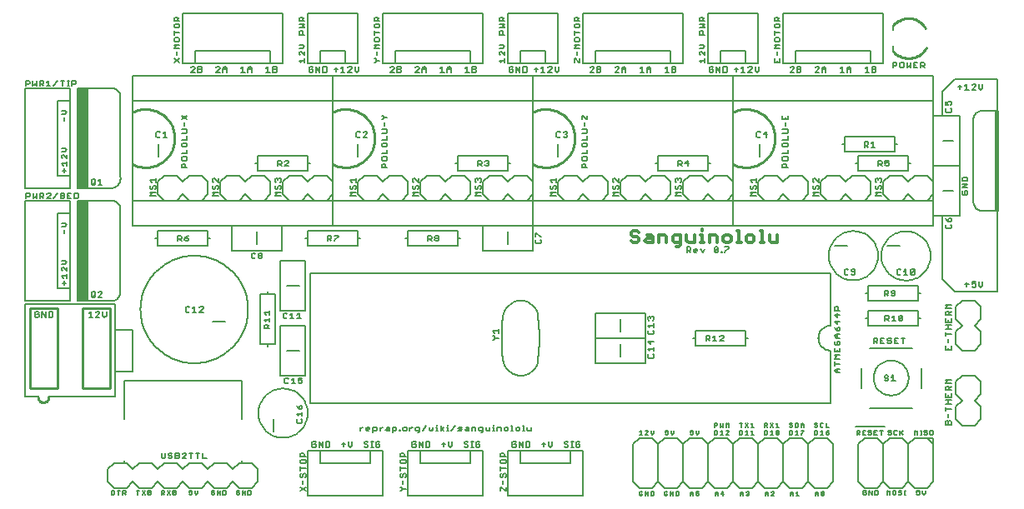
<source format=gto>
G75*
G70*
%OFA0B0*%
%FSLAX24Y24*%
%IPPOS*%
%LPD*%
%AMOC8*
5,1,8,0,0,1.08239X$1,22.5*
%
%ADD10C,0.0080*%
%ADD11C,0.0100*%
%ADD12R,0.0400X0.4000*%
%ADD13C,0.0130*%
D10*
X004698Y001812D02*
X004783Y001812D01*
X004812Y001841D01*
X004812Y001954D01*
X004783Y001982D01*
X004698Y001982D01*
X004698Y001812D01*
X004808Y002072D02*
X005308Y002072D01*
X005558Y002322D01*
X005808Y002072D01*
X006308Y002072D01*
X006558Y002322D01*
X006808Y002072D01*
X007308Y002072D01*
X007558Y002322D01*
X007808Y002072D01*
X008308Y002072D01*
X008558Y002322D01*
X008808Y002072D01*
X009308Y002072D01*
X009558Y002322D01*
X009808Y002072D01*
X010308Y002072D01*
X010558Y002322D01*
X010558Y002822D01*
X010308Y003072D01*
X009808Y003072D01*
X009558Y002822D01*
X009308Y003072D01*
X008808Y003072D01*
X008558Y002822D01*
X008308Y003072D01*
X007808Y003072D01*
X007558Y002822D01*
X007308Y003072D01*
X006808Y003072D01*
X006558Y002822D01*
X006308Y003072D01*
X005808Y003072D01*
X005558Y002822D01*
X005308Y003072D01*
X004808Y003072D01*
X004558Y002822D01*
X004558Y002322D01*
X004808Y002072D01*
X004928Y001982D02*
X005042Y001982D01*
X004985Y001982D02*
X004985Y001812D01*
X005159Y001812D02*
X005159Y001982D01*
X005244Y001982D01*
X005272Y001954D01*
X005272Y001897D01*
X005244Y001869D01*
X005159Y001869D01*
X005215Y001869D02*
X005272Y001812D01*
X005698Y001982D02*
X005812Y001982D01*
X005755Y001982D02*
X005755Y001812D01*
X005928Y001812D02*
X006042Y001982D01*
X005928Y001982D02*
X006042Y001812D01*
X006159Y001841D02*
X006272Y001954D01*
X006272Y001841D01*
X006244Y001812D01*
X006187Y001812D01*
X006159Y001841D01*
X006159Y001954D01*
X006187Y001982D01*
X006244Y001982D01*
X006272Y001954D01*
X006698Y001982D02*
X006698Y001812D01*
X006698Y001869D02*
X006783Y001869D01*
X006812Y001897D01*
X006812Y001954D01*
X006783Y001982D01*
X006698Y001982D01*
X006755Y001869D02*
X006812Y001812D01*
X006928Y001812D02*
X007042Y001982D01*
X006928Y001982D02*
X007042Y001812D01*
X007159Y001841D02*
X007272Y001954D01*
X007272Y001841D01*
X007244Y001812D01*
X007187Y001812D01*
X007159Y001841D01*
X007159Y001954D01*
X007187Y001982D01*
X007244Y001982D01*
X007272Y001954D01*
X007798Y001982D02*
X007798Y001897D01*
X007855Y001926D01*
X007883Y001926D01*
X007912Y001897D01*
X007912Y001841D01*
X007883Y001812D01*
X007827Y001812D01*
X007798Y001841D01*
X007798Y001982D02*
X007912Y001982D01*
X008028Y001982D02*
X008028Y001869D01*
X008085Y001812D01*
X008142Y001869D01*
X008142Y001982D01*
X008698Y001954D02*
X008698Y001841D01*
X008727Y001812D01*
X008783Y001812D01*
X008812Y001841D01*
X008812Y001897D01*
X008755Y001897D01*
X008812Y001954D02*
X008783Y001982D01*
X008727Y001982D01*
X008698Y001954D01*
X008928Y001982D02*
X009042Y001812D01*
X009042Y001982D01*
X008928Y001982D02*
X008928Y001812D01*
X009159Y001812D02*
X009159Y001982D01*
X009244Y001982D01*
X009272Y001954D01*
X009272Y001841D01*
X009244Y001812D01*
X009159Y001812D01*
X009698Y001841D02*
X009698Y001954D01*
X009727Y001982D01*
X009783Y001982D01*
X009812Y001954D01*
X009812Y001897D02*
X009755Y001897D01*
X009812Y001897D02*
X009812Y001841D01*
X009783Y001812D01*
X009727Y001812D01*
X009698Y001841D01*
X009928Y001812D02*
X009928Y001982D01*
X010042Y001812D01*
X010042Y001982D01*
X010159Y001982D02*
X010244Y001982D01*
X010272Y001954D01*
X010272Y001841D01*
X010244Y001812D01*
X010159Y001812D01*
X010159Y001982D01*
X009920Y003086D02*
X009920Y003183D01*
X008502Y003262D02*
X008356Y003262D01*
X008356Y003482D01*
X008226Y003482D02*
X008079Y003482D01*
X008153Y003482D02*
X008153Y003262D01*
X007877Y003262D02*
X007877Y003482D01*
X007950Y003482D02*
X007803Y003482D01*
X007674Y003446D02*
X007674Y003409D01*
X007527Y003262D01*
X007674Y003262D01*
X007674Y003446D02*
X007637Y003482D01*
X007564Y003482D01*
X007527Y003446D01*
X007397Y003446D02*
X007397Y003409D01*
X007361Y003372D01*
X007251Y003372D01*
X007251Y003262D02*
X007361Y003262D01*
X007397Y003299D01*
X007397Y003336D01*
X007361Y003372D01*
X007397Y003446D02*
X007361Y003482D01*
X007251Y003482D01*
X007251Y003262D01*
X007121Y003299D02*
X007085Y003262D01*
X007011Y003262D01*
X006974Y003299D01*
X007011Y003372D02*
X007085Y003372D01*
X007121Y003336D01*
X007121Y003299D01*
X007011Y003372D02*
X006974Y003409D01*
X006974Y003446D01*
X007011Y003482D01*
X007085Y003482D01*
X007121Y003446D01*
X006845Y003482D02*
X006845Y003299D01*
X006808Y003262D01*
X006735Y003262D01*
X006698Y003299D01*
X006698Y003482D01*
X005196Y003183D02*
X005196Y003086D01*
X005196Y004836D02*
X005196Y006371D01*
X009920Y006371D01*
X009920Y004836D01*
X011170Y004826D02*
X011170Y004326D01*
X012098Y004720D02*
X012135Y004684D01*
X012282Y004684D01*
X012318Y004720D01*
X012318Y004794D01*
X012282Y004830D01*
X012318Y004960D02*
X012318Y005107D01*
X012318Y005033D02*
X012098Y005033D01*
X012171Y004960D01*
X012135Y004830D02*
X012098Y004794D01*
X012098Y004720D01*
X010574Y005072D02*
X010576Y005134D01*
X010582Y005197D01*
X010592Y005258D01*
X010606Y005319D01*
X010623Y005379D01*
X010644Y005438D01*
X010670Y005495D01*
X010698Y005550D01*
X010730Y005604D01*
X010766Y005655D01*
X010804Y005705D01*
X010846Y005751D01*
X010890Y005795D01*
X010938Y005836D01*
X010987Y005874D01*
X011039Y005908D01*
X011093Y005939D01*
X011149Y005967D01*
X011207Y005991D01*
X011266Y006012D01*
X011326Y006028D01*
X011387Y006041D01*
X011449Y006050D01*
X011511Y006055D01*
X011574Y006056D01*
X011636Y006053D01*
X011698Y006046D01*
X011760Y006035D01*
X011820Y006020D01*
X011880Y006002D01*
X011938Y005980D01*
X011995Y005954D01*
X012050Y005924D01*
X012103Y005891D01*
X012154Y005855D01*
X012202Y005816D01*
X012248Y005773D01*
X012291Y005728D01*
X012331Y005680D01*
X012368Y005630D01*
X012402Y005577D01*
X012433Y005523D01*
X012459Y005467D01*
X012483Y005409D01*
X012502Y005349D01*
X012518Y005289D01*
X012530Y005227D01*
X012538Y005166D01*
X012542Y005103D01*
X012542Y005041D01*
X012538Y004978D01*
X012530Y004917D01*
X012518Y004855D01*
X012502Y004795D01*
X012483Y004735D01*
X012459Y004677D01*
X012433Y004621D01*
X012402Y004567D01*
X012368Y004514D01*
X012331Y004464D01*
X012291Y004416D01*
X012248Y004371D01*
X012202Y004328D01*
X012154Y004289D01*
X012103Y004253D01*
X012050Y004220D01*
X011995Y004190D01*
X011938Y004164D01*
X011880Y004142D01*
X011820Y004124D01*
X011760Y004109D01*
X011698Y004098D01*
X011636Y004091D01*
X011574Y004088D01*
X011511Y004089D01*
X011449Y004094D01*
X011387Y004103D01*
X011326Y004116D01*
X011266Y004132D01*
X011207Y004153D01*
X011149Y004177D01*
X011093Y004205D01*
X011039Y004236D01*
X010987Y004270D01*
X010938Y004308D01*
X010890Y004349D01*
X010846Y004393D01*
X010804Y004439D01*
X010766Y004489D01*
X010730Y004540D01*
X010698Y004594D01*
X010670Y004649D01*
X010644Y004706D01*
X010623Y004765D01*
X010606Y004825D01*
X010592Y004886D01*
X010582Y004947D01*
X010576Y005010D01*
X010574Y005072D01*
X012098Y005383D02*
X012135Y005309D01*
X012208Y005236D01*
X012208Y005346D01*
X012245Y005383D01*
X012282Y005383D01*
X012318Y005346D01*
X012318Y005273D01*
X012282Y005236D01*
X012208Y005236D01*
X012658Y005472D02*
X033458Y005472D01*
X033458Y007572D01*
X033598Y007529D02*
X033818Y007529D01*
X033818Y007675D01*
X033708Y007602D02*
X033708Y007529D01*
X033598Y007529D02*
X033598Y007675D01*
X033635Y007805D02*
X033782Y007805D01*
X033818Y007842D01*
X033818Y007915D01*
X033782Y007952D01*
X033708Y007952D01*
X033708Y007878D01*
X033635Y007805D02*
X033598Y007842D01*
X033598Y007915D01*
X033635Y007952D01*
X033671Y008081D02*
X033598Y008154D01*
X033671Y008228D01*
X033818Y008228D01*
X033708Y008228D02*
X033708Y008081D01*
X033671Y008081D02*
X033818Y008081D01*
X033458Y008572D02*
X033414Y008570D01*
X033371Y008564D01*
X033329Y008555D01*
X033287Y008542D01*
X033247Y008525D01*
X033208Y008505D01*
X033171Y008482D01*
X033137Y008455D01*
X033104Y008426D01*
X033075Y008393D01*
X033048Y008359D01*
X033025Y008322D01*
X033005Y008283D01*
X032988Y008243D01*
X032975Y008201D01*
X032966Y008159D01*
X032960Y008116D01*
X032958Y008072D01*
X032960Y008028D01*
X032966Y007985D01*
X032975Y007943D01*
X032988Y007901D01*
X033005Y007861D01*
X033025Y007822D01*
X033048Y007785D01*
X033075Y007751D01*
X033104Y007718D01*
X033137Y007689D01*
X033171Y007662D01*
X033208Y007639D01*
X033247Y007619D01*
X033287Y007602D01*
X033329Y007589D01*
X033371Y007580D01*
X033414Y007574D01*
X033458Y007572D01*
X033598Y007399D02*
X033818Y007399D01*
X033818Y007252D02*
X033598Y007252D01*
X033671Y007326D01*
X033598Y007399D01*
X033598Y007123D02*
X033598Y006976D01*
X033598Y007050D02*
X033818Y007050D01*
X033818Y006847D02*
X033671Y006847D01*
X033598Y006773D01*
X033671Y006700D01*
X033818Y006700D01*
X033708Y006700D02*
X033708Y006847D01*
X034665Y006883D02*
X034665Y006079D01*
X035605Y006405D02*
X035641Y006369D01*
X035715Y006369D01*
X035751Y006405D01*
X035751Y006442D01*
X035715Y006479D01*
X035641Y006479D01*
X035605Y006515D01*
X035605Y006552D01*
X035641Y006589D01*
X035715Y006589D01*
X035751Y006552D01*
X035881Y006515D02*
X035954Y006589D01*
X035954Y006369D01*
X035881Y006369D02*
X036028Y006369D01*
X035165Y006479D02*
X035167Y006531D01*
X035173Y006583D01*
X035183Y006635D01*
X035196Y006685D01*
X035213Y006735D01*
X035234Y006783D01*
X035259Y006829D01*
X035287Y006873D01*
X035318Y006915D01*
X035352Y006955D01*
X035389Y006992D01*
X035429Y007026D01*
X035471Y007057D01*
X035515Y007085D01*
X035561Y007110D01*
X035609Y007131D01*
X035659Y007148D01*
X035709Y007161D01*
X035761Y007171D01*
X035813Y007177D01*
X035865Y007179D01*
X035917Y007177D01*
X035969Y007171D01*
X036021Y007161D01*
X036071Y007148D01*
X036121Y007131D01*
X036169Y007110D01*
X036215Y007085D01*
X036259Y007057D01*
X036301Y007026D01*
X036341Y006992D01*
X036378Y006955D01*
X036412Y006915D01*
X036443Y006873D01*
X036471Y006829D01*
X036496Y006783D01*
X036517Y006735D01*
X036534Y006685D01*
X036547Y006635D01*
X036557Y006583D01*
X036563Y006531D01*
X036565Y006479D01*
X036563Y006427D01*
X036557Y006375D01*
X036547Y006323D01*
X036534Y006273D01*
X036517Y006223D01*
X036496Y006175D01*
X036471Y006129D01*
X036443Y006085D01*
X036412Y006043D01*
X036378Y006003D01*
X036341Y005966D01*
X036301Y005932D01*
X036259Y005901D01*
X036215Y005873D01*
X036169Y005848D01*
X036121Y005827D01*
X036071Y005810D01*
X036021Y005797D01*
X035969Y005787D01*
X035917Y005781D01*
X035865Y005779D01*
X035813Y005781D01*
X035761Y005787D01*
X035709Y005797D01*
X035659Y005810D01*
X035609Y005827D01*
X035561Y005848D01*
X035515Y005873D01*
X035471Y005901D01*
X035429Y005932D01*
X035389Y005966D01*
X035352Y006003D01*
X035318Y006043D01*
X035287Y006085D01*
X035259Y006129D01*
X035234Y006175D01*
X035213Y006223D01*
X035196Y006273D01*
X035183Y006323D01*
X035173Y006375D01*
X035167Y006427D01*
X035165Y006479D01*
X035015Y007679D02*
X036715Y007679D01*
X036345Y007862D02*
X036345Y008082D01*
X036272Y008082D02*
X036419Y008082D01*
X036143Y008082D02*
X035996Y008082D01*
X035996Y007862D01*
X036143Y007862D01*
X036069Y007972D02*
X035996Y007972D01*
X035866Y007936D02*
X035866Y007899D01*
X035830Y007862D01*
X035756Y007862D01*
X035720Y007899D01*
X035756Y007972D02*
X035830Y007972D01*
X035866Y007936D01*
X035866Y008046D02*
X035830Y008082D01*
X035756Y008082D01*
X035720Y008046D01*
X035720Y008009D01*
X035756Y007972D01*
X035590Y007862D02*
X035443Y007862D01*
X035443Y008082D01*
X035590Y008082D01*
X035517Y007972D02*
X035443Y007972D01*
X035314Y007972D02*
X035277Y007936D01*
X035167Y007936D01*
X035241Y007936D02*
X035314Y007862D01*
X035314Y007972D02*
X035314Y008046D01*
X035277Y008082D01*
X035167Y008082D01*
X035167Y007862D01*
X033818Y008394D02*
X033818Y008467D01*
X033782Y008504D01*
X033745Y008504D01*
X033708Y008467D01*
X033708Y008357D01*
X033782Y008357D01*
X033818Y008394D01*
X033708Y008357D02*
X033635Y008431D01*
X033598Y008504D01*
X033458Y008572D02*
X033458Y010672D01*
X012658Y010672D01*
X012658Y005472D01*
X012282Y006262D02*
X012209Y006262D01*
X012172Y006299D01*
X012172Y006372D02*
X012245Y006409D01*
X012282Y006409D01*
X012319Y006372D01*
X012319Y006299D01*
X012282Y006262D01*
X012172Y006372D02*
X012172Y006482D01*
X012319Y006482D01*
X012458Y006572D02*
X011458Y006572D01*
X011458Y008572D01*
X012458Y008572D01*
X012458Y006572D01*
X011969Y006482D02*
X011969Y006262D01*
X011896Y006262D02*
X012043Y006262D01*
X011896Y006409D02*
X011969Y006482D01*
X011766Y006446D02*
X011730Y006482D01*
X011656Y006482D01*
X011620Y006446D01*
X011620Y006299D01*
X011656Y006262D01*
X011730Y006262D01*
X011766Y006299D01*
X011708Y007572D02*
X012208Y007572D01*
X011258Y007822D02*
X010958Y007822D01*
X010958Y007722D01*
X010958Y007822D02*
X010658Y007822D01*
X010658Y009822D01*
X010958Y009822D01*
X010958Y009922D01*
X010958Y009822D02*
X011258Y009822D01*
X011258Y007822D01*
X011018Y008462D02*
X010798Y008462D01*
X010798Y008572D01*
X010835Y008609D01*
X010908Y008609D01*
X010945Y008572D01*
X010945Y008462D01*
X010945Y008536D02*
X011018Y008609D01*
X011018Y008739D02*
X011018Y008885D01*
X011018Y008812D02*
X010798Y008812D01*
X010871Y008739D01*
X010871Y009015D02*
X010798Y009088D01*
X011018Y009088D01*
X011018Y009015D02*
X011018Y009161D01*
X011458Y009172D02*
X012458Y009172D01*
X012458Y011172D01*
X011458Y011172D01*
X011458Y009172D01*
X011570Y009046D02*
X011570Y008899D01*
X011606Y008862D01*
X011680Y008862D01*
X011716Y008899D01*
X011846Y008862D02*
X011993Y008862D01*
X011919Y008862D02*
X011919Y009082D01*
X011846Y009009D01*
X011716Y009046D02*
X011680Y009082D01*
X011606Y009082D01*
X011570Y009046D01*
X012122Y009009D02*
X012195Y009082D01*
X012195Y008862D01*
X012122Y008862D02*
X012269Y008862D01*
X021758Y008972D02*
X021790Y008613D01*
X021806Y008252D01*
X021806Y007892D01*
X021790Y007531D01*
X021758Y007172D01*
X021758Y007173D02*
X021748Y007121D01*
X021734Y007070D01*
X021716Y007020D01*
X021695Y006972D01*
X021670Y006925D01*
X021642Y006881D01*
X021610Y006838D01*
X021576Y006798D01*
X021538Y006761D01*
X021498Y006727D01*
X021456Y006695D01*
X021411Y006667D01*
X021364Y006643D01*
X021316Y006622D01*
X021266Y006604D01*
X021215Y006591D01*
X021163Y006581D01*
X021111Y006575D01*
X021058Y006573D01*
X021005Y006575D01*
X020953Y006581D01*
X020901Y006591D01*
X020850Y006604D01*
X020800Y006622D01*
X020752Y006643D01*
X020705Y006667D01*
X020660Y006695D01*
X020618Y006727D01*
X020578Y006761D01*
X020540Y006798D01*
X020506Y006838D01*
X020474Y006881D01*
X020446Y006925D01*
X020421Y006972D01*
X020400Y007020D01*
X020382Y007070D01*
X020368Y007121D01*
X020358Y007173D01*
X019985Y008010D02*
X020058Y008083D01*
X020168Y008083D01*
X020058Y008083D02*
X019985Y008157D01*
X019948Y008157D01*
X019948Y008010D02*
X019985Y008010D01*
X020021Y008286D02*
X019948Y008359D01*
X020168Y008359D01*
X020168Y008286D02*
X020168Y008433D01*
X020358Y008972D02*
X020368Y009024D01*
X020382Y009075D01*
X020400Y009125D01*
X020421Y009173D01*
X020446Y009220D01*
X020474Y009264D01*
X020506Y009307D01*
X020540Y009347D01*
X020577Y009384D01*
X020618Y009418D01*
X020660Y009450D01*
X020705Y009478D01*
X020752Y009502D01*
X020800Y009523D01*
X020850Y009541D01*
X020901Y009554D01*
X020953Y009564D01*
X021005Y009570D01*
X021058Y009572D01*
X021111Y009570D01*
X021163Y009564D01*
X021215Y009554D01*
X021266Y009541D01*
X021316Y009523D01*
X021364Y009502D01*
X021411Y009478D01*
X021456Y009450D01*
X021498Y009418D01*
X021539Y009384D01*
X021576Y009347D01*
X021610Y009307D01*
X021642Y009264D01*
X021670Y009220D01*
X021695Y009173D01*
X021716Y009125D01*
X021734Y009075D01*
X021748Y009024D01*
X021758Y008972D01*
X024058Y009072D02*
X024058Y008072D01*
X026058Y008072D01*
X026058Y007072D01*
X024058Y007072D01*
X024058Y008072D01*
X026058Y008072D01*
X026058Y009072D01*
X024058Y009072D01*
X025058Y008822D02*
X025058Y008322D01*
X025058Y007822D02*
X025058Y007322D01*
X026148Y007320D02*
X026185Y007284D01*
X026332Y007284D01*
X026368Y007320D01*
X026368Y007394D01*
X026332Y007430D01*
X026368Y007560D02*
X026368Y007707D01*
X026368Y007633D02*
X026148Y007633D01*
X026221Y007560D01*
X026185Y007430D02*
X026148Y007394D01*
X026148Y007320D01*
X026258Y007836D02*
X026258Y007983D01*
X026368Y007946D02*
X026148Y007946D01*
X026258Y007836D01*
X026185Y008234D02*
X026332Y008234D01*
X026368Y008270D01*
X026368Y008344D01*
X026332Y008380D01*
X026368Y008510D02*
X026368Y008657D01*
X026368Y008583D02*
X026148Y008583D01*
X026221Y008510D01*
X026185Y008380D02*
X026148Y008344D01*
X026148Y008270D01*
X026185Y008234D01*
X026185Y008786D02*
X026148Y008823D01*
X026148Y008896D01*
X026185Y008933D01*
X026221Y008933D01*
X026258Y008896D01*
X026295Y008933D01*
X026332Y008933D01*
X026368Y008896D01*
X026368Y008823D01*
X026332Y008786D01*
X026258Y008859D02*
X026258Y008896D01*
X028058Y008372D02*
X028058Y008072D01*
X027958Y008072D01*
X028058Y008072D02*
X028058Y007772D01*
X030058Y007772D01*
X030058Y008072D01*
X030158Y008072D01*
X030058Y008072D02*
X030058Y008372D01*
X028058Y008372D01*
X028470Y008182D02*
X028580Y008182D01*
X028616Y008146D01*
X028616Y008072D01*
X028580Y008036D01*
X028470Y008036D01*
X020358Y007172D02*
X020326Y007531D01*
X020310Y007892D01*
X020310Y008252D01*
X020326Y008613D01*
X020358Y008972D01*
X019558Y011572D02*
X019558Y012572D01*
X013558Y012572D01*
X013558Y013572D01*
X013558Y015022D01*
X013558Y017122D01*
X013558Y017572D01*
X013558Y018572D01*
X021558Y018572D01*
X021558Y017572D01*
X021558Y017122D01*
X021558Y015022D01*
X021558Y013635D01*
X021558Y013572D02*
X029558Y013572D01*
X029558Y015022D01*
X029558Y017122D01*
X029558Y017572D01*
X029558Y018572D01*
X037558Y018572D01*
X037558Y017572D01*
X037558Y016972D01*
X038608Y016972D01*
X038608Y014972D01*
X037558Y014972D01*
X037558Y016972D01*
X037558Y014972D01*
X038608Y014972D01*
X038608Y012972D01*
X037908Y012972D01*
X037558Y012972D01*
X037558Y014972D01*
X037558Y013572D01*
X037558Y012972D01*
X037558Y012572D01*
X029558Y012572D01*
X029558Y013572D01*
X037558Y013572D01*
X037308Y013572D02*
X036808Y013572D01*
X036558Y013822D01*
X036308Y013572D01*
X035808Y013572D01*
X035558Y013822D01*
X035558Y014322D01*
X035808Y014572D01*
X036308Y014572D01*
X036558Y014322D01*
X036808Y014572D01*
X037308Y014572D01*
X037558Y014322D01*
X037558Y013822D01*
X037308Y013572D01*
X037958Y013972D02*
X038358Y013972D01*
X038698Y013922D02*
X038698Y013849D01*
X038735Y013812D01*
X038882Y013812D01*
X038918Y013849D01*
X038918Y013922D01*
X038882Y013959D01*
X038808Y013959D01*
X038808Y013886D01*
X038735Y013959D02*
X038698Y013922D01*
X038698Y014089D02*
X038918Y014235D01*
X038698Y014235D01*
X038698Y014365D02*
X038698Y014475D01*
X038735Y014511D01*
X038882Y014511D01*
X038918Y014475D01*
X038918Y014365D01*
X038698Y014365D01*
X038698Y014089D02*
X038918Y014089D01*
X039158Y013672D02*
X039158Y016672D01*
X039158Y016822D01*
X039158Y016823D02*
X039159Y016857D01*
X039163Y016892D01*
X039171Y016925D01*
X039182Y016958D01*
X039197Y016989D01*
X039214Y017019D01*
X039235Y017047D01*
X039258Y017073D01*
X039284Y017096D01*
X039312Y017117D01*
X039342Y017134D01*
X039373Y017149D01*
X039406Y017160D01*
X039439Y017168D01*
X039474Y017172D01*
X039508Y017173D01*
X039508Y017172D02*
X040108Y017172D01*
X040108Y013172D01*
X040058Y013172D01*
X040058Y017172D01*
X040102Y017166D02*
X040102Y018422D01*
X038402Y018422D01*
X037902Y017922D01*
X037902Y016979D01*
X038048Y017149D02*
X038085Y017112D01*
X038232Y017112D01*
X038268Y017149D01*
X038268Y017222D01*
X038232Y017259D01*
X038232Y017389D02*
X038268Y017425D01*
X038268Y017499D01*
X038232Y017535D01*
X038158Y017535D01*
X038121Y017499D01*
X038121Y017462D01*
X038158Y017389D01*
X038048Y017389D01*
X038048Y017535D01*
X038085Y017259D02*
X038048Y017222D01*
X038048Y017149D01*
X037558Y017572D02*
X029558Y017572D01*
X021558Y017572D01*
X013558Y017572D01*
X005558Y017572D01*
X005558Y017122D01*
X005558Y015022D01*
X005558Y013572D01*
X013558Y013572D01*
X021558Y013572D01*
X021558Y012572D01*
X022058Y012572D01*
X024058Y012572D01*
X024558Y012572D01*
X026558Y012572D01*
X029558Y012572D01*
X029369Y011722D02*
X029369Y011686D01*
X029222Y011539D01*
X029222Y011502D01*
X029121Y011502D02*
X029084Y011502D01*
X029084Y011539D01*
X029121Y011539D01*
X029121Y011502D01*
X028954Y011539D02*
X028954Y011686D01*
X028808Y011539D01*
X028844Y011502D01*
X028918Y011502D01*
X028954Y011539D01*
X028808Y011539D02*
X028808Y011686D01*
X028844Y011722D01*
X028918Y011722D01*
X028954Y011686D01*
X029222Y011722D02*
X029369Y011722D01*
X028402Y011649D02*
X028329Y011502D01*
X028255Y011649D01*
X028126Y011612D02*
X028126Y011576D01*
X027979Y011576D01*
X027979Y011612D02*
X028016Y011649D01*
X028089Y011649D01*
X028126Y011612D01*
X028089Y011502D02*
X028016Y011502D01*
X027979Y011539D01*
X027979Y011612D01*
X027850Y011612D02*
X027813Y011576D01*
X027703Y011576D01*
X027776Y011576D02*
X027850Y011502D01*
X027850Y011612D02*
X027850Y011686D01*
X027813Y011722D01*
X027703Y011722D01*
X027703Y011502D01*
X026558Y012572D02*
X024558Y012572D01*
X024308Y013572D02*
X023808Y013572D01*
X023558Y013822D01*
X023308Y013572D01*
X022808Y013572D01*
X022558Y013822D01*
X022558Y014322D01*
X022808Y014572D01*
X023308Y014572D01*
X023558Y014322D01*
X023808Y014572D01*
X024308Y014572D01*
X024558Y014322D01*
X024558Y013822D01*
X024308Y013572D01*
X024748Y013762D02*
X024821Y013836D01*
X024748Y013909D01*
X024968Y013909D01*
X025058Y013822D02*
X025308Y013572D01*
X025808Y013572D01*
X026058Y013822D01*
X026308Y013572D01*
X026808Y013572D01*
X027058Y013822D01*
X027058Y014322D01*
X026808Y014572D01*
X026308Y014572D01*
X026058Y014322D01*
X025808Y014572D01*
X025308Y014572D01*
X025058Y014322D01*
X025058Y013822D01*
X024968Y013762D02*
X024748Y013762D01*
X024785Y014039D02*
X024821Y014039D01*
X024858Y014075D01*
X024858Y014149D01*
X024895Y014185D01*
X024932Y014185D01*
X024968Y014149D01*
X024968Y014075D01*
X024932Y014039D01*
X024785Y014039D02*
X024748Y014075D01*
X024748Y014149D01*
X024785Y014185D01*
X024785Y014315D02*
X024748Y014351D01*
X024748Y014425D01*
X024785Y014461D01*
X024821Y014461D01*
X024968Y014315D01*
X024968Y014461D01*
X026458Y015072D02*
X026558Y015072D01*
X026558Y015372D01*
X028558Y015372D01*
X028558Y015072D01*
X028658Y015072D01*
X028558Y015072D02*
X028558Y014772D01*
X026558Y014772D01*
X026558Y015072D01*
X027348Y015036D02*
X027458Y015036D01*
X027495Y015072D01*
X027495Y015146D01*
X027458Y015182D01*
X027348Y015182D01*
X027348Y014962D01*
X027422Y015036D02*
X027495Y014962D01*
X027624Y015072D02*
X027771Y015072D01*
X027735Y014962D02*
X027735Y015182D01*
X027624Y015072D01*
X027808Y014572D02*
X027558Y014322D01*
X027558Y013822D01*
X027808Y013572D01*
X028308Y013572D01*
X028558Y013822D01*
X028808Y013572D01*
X029308Y013572D01*
X029558Y013822D01*
X029558Y014322D01*
X029308Y014572D01*
X028808Y014572D01*
X028558Y014322D01*
X028308Y014572D01*
X027808Y014572D01*
X027468Y014425D02*
X027468Y014351D01*
X027432Y014315D01*
X027358Y014388D02*
X027358Y014425D01*
X027395Y014461D01*
X027432Y014461D01*
X027468Y014425D01*
X027358Y014425D02*
X027321Y014461D01*
X027285Y014461D01*
X027248Y014425D01*
X027248Y014351D01*
X027285Y014315D01*
X027285Y014185D02*
X027248Y014149D01*
X027248Y014075D01*
X027285Y014039D01*
X027321Y014039D01*
X027358Y014075D01*
X027358Y014149D01*
X027395Y014185D01*
X027432Y014185D01*
X027468Y014149D01*
X027468Y014075D01*
X027432Y014039D01*
X027468Y013909D02*
X027248Y013909D01*
X027321Y013836D01*
X027248Y013762D01*
X027468Y013762D01*
X030248Y013762D02*
X030321Y013836D01*
X030248Y013909D01*
X030468Y013909D01*
X030558Y013822D02*
X030808Y013572D01*
X031308Y013572D01*
X031558Y013822D01*
X031808Y013572D01*
X032308Y013572D01*
X032558Y013822D01*
X032558Y014322D01*
X032308Y014572D01*
X031808Y014572D01*
X031558Y014322D01*
X031308Y014572D01*
X030808Y014572D01*
X030558Y014322D01*
X030558Y013822D01*
X030468Y013762D02*
X030248Y013762D01*
X030285Y014039D02*
X030248Y014075D01*
X030248Y014149D01*
X030285Y014185D01*
X030358Y014149D02*
X030395Y014185D01*
X030432Y014185D01*
X030468Y014149D01*
X030468Y014075D01*
X030432Y014039D01*
X030358Y014075D02*
X030358Y014149D01*
X030358Y014075D02*
X030321Y014039D01*
X030285Y014039D01*
X030321Y014315D02*
X030248Y014388D01*
X030468Y014388D01*
X030468Y014315D02*
X030468Y014461D01*
X031517Y014902D02*
X031517Y015012D01*
X031554Y015049D01*
X031627Y015049D01*
X031664Y015012D01*
X031664Y014902D01*
X031737Y014902D02*
X031517Y014902D01*
X031554Y015179D02*
X031700Y015179D01*
X031737Y015215D01*
X031737Y015289D01*
X031700Y015325D01*
X031554Y015325D01*
X031517Y015289D01*
X031517Y015215D01*
X031554Y015179D01*
X031517Y015455D02*
X031737Y015455D01*
X031737Y015602D01*
X031700Y015731D02*
X031737Y015768D01*
X031737Y015841D01*
X031700Y015878D01*
X031554Y015878D01*
X031517Y015841D01*
X031517Y015768D01*
X031554Y015731D01*
X031700Y015731D01*
X031737Y016007D02*
X031737Y016154D01*
X031700Y016284D02*
X031737Y016320D01*
X031737Y016394D01*
X031700Y016430D01*
X031517Y016430D01*
X031517Y016284D02*
X031700Y016284D01*
X031627Y016560D02*
X031627Y016706D01*
X031627Y016836D02*
X031627Y016909D01*
X031517Y016836D02*
X031737Y016836D01*
X031737Y016983D01*
X031517Y016983D02*
X031517Y016836D01*
X030878Y016332D02*
X030768Y016222D01*
X030915Y016222D01*
X030878Y016112D02*
X030878Y016332D01*
X030639Y016296D02*
X030602Y016332D01*
X030529Y016332D01*
X030492Y016296D01*
X030492Y016149D01*
X030529Y016112D01*
X030602Y016112D01*
X030639Y016149D01*
X030608Y015822D02*
X030608Y015322D01*
X031517Y016007D02*
X031737Y016007D01*
X033908Y015822D02*
X034008Y015822D01*
X034008Y016122D01*
X036008Y016122D01*
X036008Y015822D01*
X036108Y015822D01*
X036008Y015822D02*
X036008Y015522D01*
X034008Y015522D01*
X034008Y015822D01*
X034558Y015372D02*
X034558Y015072D01*
X034458Y015072D01*
X034558Y015072D02*
X034558Y014772D01*
X036558Y014772D01*
X036558Y015072D01*
X036658Y015072D01*
X036558Y015072D02*
X036558Y015372D01*
X034558Y015372D01*
X034796Y015712D02*
X034796Y015932D01*
X034906Y015932D01*
X034943Y015896D01*
X034943Y015822D01*
X034906Y015786D01*
X034796Y015786D01*
X034869Y015786D02*
X034943Y015712D01*
X035072Y015712D02*
X035219Y015712D01*
X035145Y015712D02*
X035145Y015932D01*
X035072Y015859D01*
X035348Y015182D02*
X035458Y015182D01*
X035495Y015146D01*
X035495Y015072D01*
X035458Y015036D01*
X035348Y015036D01*
X035422Y015036D02*
X035495Y014962D01*
X035624Y014999D02*
X035661Y014962D01*
X035735Y014962D01*
X035771Y014999D01*
X035771Y015072D01*
X035735Y015109D01*
X035698Y015109D01*
X035624Y015072D01*
X035624Y015182D01*
X035771Y015182D01*
X035348Y015182D02*
X035348Y014962D01*
X034808Y014572D02*
X035058Y014322D01*
X035058Y013822D01*
X034808Y013572D01*
X034308Y013572D01*
X034058Y013822D01*
X033808Y013572D01*
X033308Y013572D01*
X033058Y013822D01*
X033058Y014322D01*
X033308Y014572D01*
X033808Y014572D01*
X034058Y014322D01*
X034308Y014572D01*
X034808Y014572D01*
X035248Y014425D02*
X035285Y014461D01*
X035321Y014461D01*
X035358Y014425D01*
X035395Y014461D01*
X035432Y014461D01*
X035468Y014425D01*
X035468Y014351D01*
X035432Y014315D01*
X035358Y014388D02*
X035358Y014425D01*
X035248Y014425D02*
X035248Y014351D01*
X035285Y014315D01*
X035285Y014185D02*
X035248Y014149D01*
X035248Y014075D01*
X035285Y014039D01*
X035321Y014039D01*
X035358Y014075D01*
X035358Y014149D01*
X035395Y014185D01*
X035432Y014185D01*
X035468Y014149D01*
X035468Y014075D01*
X035432Y014039D01*
X035468Y013909D02*
X035248Y013909D01*
X035321Y013836D01*
X035248Y013762D01*
X035468Y013762D01*
X032968Y013762D02*
X032748Y013762D01*
X032821Y013836D01*
X032748Y013909D01*
X032968Y013909D01*
X032932Y014039D02*
X032968Y014075D01*
X032968Y014149D01*
X032932Y014185D01*
X032895Y014185D01*
X032858Y014149D01*
X032858Y014075D01*
X032821Y014039D01*
X032785Y014039D01*
X032748Y014075D01*
X032748Y014149D01*
X032785Y014185D01*
X032785Y014315D02*
X032748Y014351D01*
X032748Y014425D01*
X032785Y014461D01*
X032821Y014461D01*
X032968Y014315D01*
X032968Y014461D01*
X033604Y011784D02*
X034104Y011784D01*
X033374Y011372D02*
X033376Y011434D01*
X033382Y011497D01*
X033392Y011558D01*
X033406Y011619D01*
X033423Y011679D01*
X033444Y011738D01*
X033470Y011795D01*
X033498Y011850D01*
X033530Y011904D01*
X033566Y011955D01*
X033604Y012005D01*
X033646Y012051D01*
X033690Y012095D01*
X033738Y012136D01*
X033787Y012174D01*
X033839Y012208D01*
X033893Y012239D01*
X033949Y012267D01*
X034007Y012291D01*
X034066Y012312D01*
X034126Y012328D01*
X034187Y012341D01*
X034249Y012350D01*
X034311Y012355D01*
X034374Y012356D01*
X034436Y012353D01*
X034498Y012346D01*
X034560Y012335D01*
X034620Y012320D01*
X034680Y012302D01*
X034738Y012280D01*
X034795Y012254D01*
X034850Y012224D01*
X034903Y012191D01*
X034954Y012155D01*
X035002Y012116D01*
X035048Y012073D01*
X035091Y012028D01*
X035131Y011980D01*
X035168Y011930D01*
X035202Y011877D01*
X035233Y011823D01*
X035259Y011767D01*
X035283Y011709D01*
X035302Y011649D01*
X035318Y011589D01*
X035330Y011527D01*
X035338Y011466D01*
X035342Y011403D01*
X035342Y011341D01*
X035338Y011278D01*
X035330Y011217D01*
X035318Y011155D01*
X035302Y011095D01*
X035283Y011035D01*
X035259Y010977D01*
X035233Y010921D01*
X035202Y010867D01*
X035168Y010814D01*
X035131Y010764D01*
X035091Y010716D01*
X035048Y010671D01*
X035002Y010628D01*
X034954Y010589D01*
X034903Y010553D01*
X034850Y010520D01*
X034795Y010490D01*
X034738Y010464D01*
X034680Y010442D01*
X034620Y010424D01*
X034560Y010409D01*
X034498Y010398D01*
X034436Y010391D01*
X034374Y010388D01*
X034311Y010389D01*
X034249Y010394D01*
X034187Y010403D01*
X034126Y010416D01*
X034066Y010432D01*
X034007Y010453D01*
X033949Y010477D01*
X033893Y010505D01*
X033839Y010536D01*
X033787Y010570D01*
X033738Y010608D01*
X033690Y010649D01*
X033646Y010693D01*
X033604Y010739D01*
X033566Y010789D01*
X033530Y010840D01*
X033498Y010894D01*
X033470Y010949D01*
X033444Y011006D01*
X033423Y011065D01*
X033406Y011125D01*
X033392Y011186D01*
X033382Y011247D01*
X033376Y011310D01*
X033374Y011372D01*
X033998Y010796D02*
X033998Y010649D01*
X034035Y010612D01*
X034108Y010612D01*
X034145Y010649D01*
X034274Y010649D02*
X034311Y010612D01*
X034385Y010612D01*
X034421Y010649D01*
X034421Y010796D01*
X034385Y010832D01*
X034311Y010832D01*
X034274Y010796D01*
X034274Y010759D01*
X034311Y010722D01*
X034421Y010722D01*
X034145Y010796D02*
X034108Y010832D01*
X034035Y010832D01*
X033998Y010796D01*
X034958Y010172D02*
X034958Y009872D01*
X034858Y009872D01*
X034958Y009872D02*
X034958Y009572D01*
X036958Y009572D01*
X036958Y009872D01*
X037058Y009872D01*
X036958Y009872D02*
X036958Y010172D01*
X034958Y010172D01*
X035598Y009982D02*
X035598Y009762D01*
X035598Y009836D02*
X035708Y009836D01*
X035745Y009872D01*
X035745Y009946D01*
X035708Y009982D01*
X035598Y009982D01*
X035672Y009836D02*
X035745Y009762D01*
X035874Y009799D02*
X035911Y009762D01*
X035985Y009762D01*
X036021Y009799D01*
X036021Y009946D01*
X035985Y009982D01*
X035911Y009982D01*
X035874Y009946D01*
X035874Y009909D01*
X035911Y009872D01*
X036021Y009872D01*
X036135Y010606D02*
X036208Y010606D01*
X036245Y010643D01*
X036135Y010606D02*
X036098Y010643D01*
X036098Y010789D01*
X036135Y010826D01*
X036208Y010826D01*
X036245Y010789D01*
X036374Y010753D02*
X036448Y010826D01*
X036448Y010606D01*
X036521Y010606D02*
X036374Y010606D01*
X036651Y010643D02*
X036797Y010789D01*
X036797Y010643D01*
X036761Y010606D01*
X036687Y010606D01*
X036651Y010643D01*
X036651Y010789D01*
X036687Y010826D01*
X036761Y010826D01*
X036797Y010789D01*
X035474Y011366D02*
X035476Y011428D01*
X035482Y011491D01*
X035492Y011552D01*
X035506Y011613D01*
X035523Y011673D01*
X035544Y011732D01*
X035570Y011789D01*
X035598Y011844D01*
X035630Y011898D01*
X035666Y011949D01*
X035704Y011999D01*
X035746Y012045D01*
X035790Y012089D01*
X035838Y012130D01*
X035887Y012168D01*
X035939Y012202D01*
X035993Y012233D01*
X036049Y012261D01*
X036107Y012285D01*
X036166Y012306D01*
X036226Y012322D01*
X036287Y012335D01*
X036349Y012344D01*
X036411Y012349D01*
X036474Y012350D01*
X036536Y012347D01*
X036598Y012340D01*
X036660Y012329D01*
X036720Y012314D01*
X036780Y012296D01*
X036838Y012274D01*
X036895Y012248D01*
X036950Y012218D01*
X037003Y012185D01*
X037054Y012149D01*
X037102Y012110D01*
X037148Y012067D01*
X037191Y012022D01*
X037231Y011974D01*
X037268Y011924D01*
X037302Y011871D01*
X037333Y011817D01*
X037359Y011761D01*
X037383Y011703D01*
X037402Y011643D01*
X037418Y011583D01*
X037430Y011521D01*
X037438Y011460D01*
X037442Y011397D01*
X037442Y011335D01*
X037438Y011272D01*
X037430Y011211D01*
X037418Y011149D01*
X037402Y011089D01*
X037383Y011029D01*
X037359Y010971D01*
X037333Y010915D01*
X037302Y010861D01*
X037268Y010808D01*
X037231Y010758D01*
X037191Y010710D01*
X037148Y010665D01*
X037102Y010622D01*
X037054Y010583D01*
X037003Y010547D01*
X036950Y010514D01*
X036895Y010484D01*
X036838Y010458D01*
X036780Y010436D01*
X036720Y010418D01*
X036660Y010403D01*
X036598Y010392D01*
X036536Y010385D01*
X036474Y010382D01*
X036411Y010383D01*
X036349Y010388D01*
X036287Y010397D01*
X036226Y010410D01*
X036166Y010426D01*
X036107Y010447D01*
X036049Y010471D01*
X035993Y010499D01*
X035939Y010530D01*
X035887Y010564D01*
X035838Y010602D01*
X035790Y010643D01*
X035746Y010687D01*
X035704Y010733D01*
X035666Y010783D01*
X035630Y010834D01*
X035598Y010888D01*
X035570Y010943D01*
X035544Y011000D01*
X035523Y011059D01*
X035506Y011119D01*
X035492Y011180D01*
X035482Y011241D01*
X035476Y011304D01*
X035474Y011366D01*
X035704Y011778D02*
X036204Y011778D01*
X038048Y012497D02*
X038085Y012460D01*
X038232Y012460D01*
X038268Y012497D01*
X038268Y012570D01*
X038232Y012607D01*
X038232Y012736D02*
X038268Y012773D01*
X038268Y012846D01*
X038232Y012883D01*
X038195Y012883D01*
X038158Y012846D01*
X038158Y012736D01*
X038232Y012736D01*
X038158Y012736D02*
X038085Y012809D01*
X038048Y012883D01*
X037908Y012972D02*
X037902Y010422D01*
X038402Y009922D01*
X040102Y009922D01*
X040108Y013172D01*
X040158Y013172D01*
X040158Y017172D01*
X040108Y017172D01*
X039445Y018012D02*
X039519Y018086D01*
X039519Y018232D01*
X039372Y018232D02*
X039372Y018086D01*
X039445Y018012D01*
X039243Y018012D02*
X039096Y018012D01*
X039243Y018159D01*
X039243Y018196D01*
X039206Y018232D01*
X039132Y018232D01*
X039096Y018196D01*
X038893Y018232D02*
X038893Y018012D01*
X038820Y018012D02*
X038966Y018012D01*
X038820Y018159D02*
X038893Y018232D01*
X038690Y018122D02*
X038543Y018122D01*
X038617Y018049D02*
X038617Y018196D01*
X037194Y018887D02*
X037120Y018961D01*
X037157Y018961D02*
X037047Y018961D01*
X037047Y018887D02*
X037047Y019108D01*
X037157Y019108D01*
X037194Y019071D01*
X037194Y018998D01*
X037157Y018961D01*
X036917Y018887D02*
X036771Y018887D01*
X036771Y019108D01*
X036917Y019108D01*
X036844Y018998D02*
X036771Y018998D01*
X036641Y018887D02*
X036641Y019108D01*
X036494Y019108D02*
X036494Y018887D01*
X036568Y018961D01*
X036641Y018887D01*
X036365Y018924D02*
X036365Y019071D01*
X036328Y019108D01*
X036255Y019108D01*
X036218Y019071D01*
X036218Y018924D01*
X036255Y018887D01*
X036328Y018887D01*
X036365Y018924D01*
X036089Y018998D02*
X036052Y018961D01*
X035942Y018961D01*
X035942Y018887D02*
X035942Y019108D01*
X036052Y019108D01*
X036089Y019071D01*
X036089Y018998D01*
X035558Y019072D02*
X035058Y019072D01*
X035058Y019572D01*
X032058Y019572D01*
X032058Y019072D01*
X031558Y019072D01*
X031558Y021072D01*
X035558Y021072D01*
X035558Y019072D01*
X035253Y018898D02*
X035253Y018861D01*
X035216Y018825D01*
X035106Y018825D01*
X035106Y018715D02*
X035106Y018935D01*
X035216Y018935D01*
X035253Y018898D01*
X035216Y018825D02*
X035253Y018788D01*
X035253Y018751D01*
X035216Y018715D01*
X035106Y018715D01*
X034977Y018715D02*
X034830Y018715D01*
X034904Y018715D02*
X034904Y018935D01*
X034830Y018861D01*
X035058Y019072D02*
X032058Y019072D01*
X032106Y018935D02*
X032216Y018935D01*
X032253Y018898D01*
X032253Y018861D01*
X032216Y018825D01*
X032106Y018825D01*
X032106Y018715D02*
X032106Y018935D01*
X031977Y018898D02*
X031940Y018935D01*
X031867Y018935D01*
X031830Y018898D01*
X031977Y018898D02*
X031977Y018861D01*
X031830Y018715D01*
X031977Y018715D01*
X032106Y018715D02*
X032216Y018715D01*
X032253Y018751D01*
X032253Y018788D01*
X032216Y018825D01*
X032830Y018898D02*
X032867Y018935D01*
X032940Y018935D01*
X032977Y018898D01*
X032977Y018861D01*
X032830Y018715D01*
X032977Y018715D01*
X033106Y018715D02*
X033106Y018861D01*
X033180Y018935D01*
X033253Y018861D01*
X033253Y018715D01*
X033253Y018825D02*
X033106Y018825D01*
X033830Y018861D02*
X033904Y018935D01*
X033904Y018715D01*
X033977Y018715D02*
X033830Y018715D01*
X034106Y018715D02*
X034106Y018861D01*
X034180Y018935D01*
X034253Y018861D01*
X034253Y018715D01*
X034253Y018825D02*
X034106Y018825D01*
X035938Y019562D02*
X035938Y019762D01*
X035938Y020402D02*
X035938Y020582D01*
X031418Y020530D02*
X031418Y020603D01*
X031382Y020640D01*
X031235Y020640D01*
X031198Y020603D01*
X031198Y020530D01*
X031235Y020493D01*
X031382Y020493D01*
X031418Y020530D01*
X031418Y020291D02*
X031198Y020291D01*
X031198Y020364D02*
X031198Y020217D01*
X031235Y020088D02*
X031198Y020051D01*
X031198Y019978D01*
X031235Y019941D01*
X031382Y019941D01*
X031418Y019978D01*
X031418Y020051D01*
X031382Y020088D01*
X031235Y020088D01*
X031198Y019811D02*
X031418Y019811D01*
X031418Y019665D02*
X031198Y019665D01*
X031271Y019738D01*
X031198Y019811D01*
X031308Y019535D02*
X031308Y019389D01*
X031198Y019259D02*
X031198Y019112D01*
X031418Y019112D01*
X031418Y019259D01*
X031308Y019186D02*
X031308Y019112D01*
X030558Y019072D02*
X030058Y019072D01*
X030058Y019572D01*
X029058Y019572D01*
X029058Y019072D01*
X028558Y019072D01*
X028558Y021072D01*
X030558Y021072D01*
X030558Y019072D01*
X030574Y018932D02*
X030574Y018786D01*
X030500Y018712D01*
X030427Y018786D01*
X030427Y018932D01*
X030297Y018896D02*
X030261Y018932D01*
X030187Y018932D01*
X030151Y018896D01*
X030297Y018896D02*
X030297Y018859D01*
X030151Y018712D01*
X030297Y018712D01*
X030021Y018712D02*
X029874Y018712D01*
X029948Y018712D02*
X029948Y018932D01*
X029874Y018859D01*
X029745Y018822D02*
X029598Y018822D01*
X029672Y018749D02*
X029672Y018896D01*
X029297Y018896D02*
X029297Y018749D01*
X029261Y018712D01*
X029151Y018712D01*
X029151Y018932D01*
X029261Y018932D01*
X029297Y018896D01*
X029021Y018932D02*
X029021Y018712D01*
X028874Y018932D01*
X028874Y018712D01*
X028745Y018749D02*
X028745Y018822D01*
X028672Y018822D01*
X028745Y018749D02*
X028708Y018712D01*
X028635Y018712D01*
X028598Y018749D01*
X028598Y018896D01*
X028635Y018932D01*
X028708Y018932D01*
X028745Y018896D01*
X029058Y019072D02*
X030058Y019072D01*
X029558Y018572D02*
X021558Y018572D01*
X021672Y018749D02*
X021672Y018896D01*
X021745Y018822D02*
X021598Y018822D01*
X021874Y018859D02*
X021948Y018932D01*
X021948Y018712D01*
X022021Y018712D02*
X021874Y018712D01*
X022151Y018712D02*
X022297Y018859D01*
X022297Y018896D01*
X022261Y018932D01*
X022187Y018932D01*
X022151Y018896D01*
X022151Y018712D02*
X022297Y018712D01*
X022427Y018786D02*
X022500Y018712D01*
X022574Y018786D01*
X022574Y018932D01*
X022558Y019072D02*
X022058Y019072D01*
X022058Y019572D01*
X021058Y019572D01*
X021058Y019072D01*
X020558Y019072D01*
X020558Y021072D01*
X022558Y021072D01*
X022558Y019072D01*
X022427Y018932D02*
X022427Y018786D01*
X022058Y019072D02*
X021058Y019072D01*
X021021Y018932D02*
X021021Y018712D01*
X020874Y018932D01*
X020874Y018712D01*
X020745Y018749D02*
X020745Y018822D01*
X020672Y018822D01*
X020745Y018749D02*
X020708Y018712D01*
X020635Y018712D01*
X020598Y018749D01*
X020598Y018896D01*
X020635Y018932D01*
X020708Y018932D01*
X020745Y018896D01*
X020418Y019112D02*
X020418Y019259D01*
X020418Y019186D02*
X020198Y019186D01*
X020271Y019112D01*
X020235Y019389D02*
X020198Y019425D01*
X020198Y019499D01*
X020235Y019535D01*
X020271Y019535D01*
X020418Y019389D01*
X020418Y019535D01*
X020345Y019665D02*
X020418Y019738D01*
X020345Y019811D01*
X020198Y019811D01*
X020198Y019665D02*
X020345Y019665D01*
X019558Y019072D02*
X019058Y019072D01*
X019058Y019572D01*
X016058Y019572D01*
X016058Y019072D01*
X015558Y019072D01*
X015558Y021072D01*
X019558Y021072D01*
X019558Y019072D01*
X019271Y018896D02*
X019271Y018859D01*
X019235Y018822D01*
X019124Y018822D01*
X019124Y018712D02*
X019235Y018712D01*
X019271Y018749D01*
X019271Y018786D01*
X019235Y018822D01*
X019271Y018896D02*
X019235Y018932D01*
X019124Y018932D01*
X019124Y018712D01*
X018995Y018712D02*
X018848Y018712D01*
X018922Y018712D02*
X018922Y018932D01*
X018848Y018859D01*
X019058Y019072D02*
X016058Y019072D01*
X016124Y018932D02*
X016235Y018932D01*
X016271Y018896D01*
X016271Y018859D01*
X016235Y018822D01*
X016124Y018822D01*
X016124Y018712D02*
X016235Y018712D01*
X016271Y018749D01*
X016271Y018786D01*
X016235Y018822D01*
X016124Y018712D02*
X016124Y018932D01*
X015995Y018896D02*
X015958Y018932D01*
X015885Y018932D01*
X015848Y018896D01*
X015995Y018896D02*
X015995Y018859D01*
X015848Y018712D01*
X015995Y018712D01*
X015418Y019186D02*
X015308Y019186D01*
X015235Y019259D01*
X015198Y019259D01*
X015308Y019186D02*
X015235Y019112D01*
X015198Y019112D01*
X015308Y019389D02*
X015308Y019535D01*
X015198Y019665D02*
X015271Y019738D01*
X015198Y019811D01*
X015418Y019811D01*
X015382Y019941D02*
X015418Y019978D01*
X015418Y020051D01*
X015382Y020088D01*
X015235Y020088D01*
X015198Y020051D01*
X015198Y019978D01*
X015235Y019941D01*
X015382Y019941D01*
X015198Y020217D02*
X015198Y020364D01*
X015198Y020291D02*
X015418Y020291D01*
X015382Y020493D02*
X015418Y020530D01*
X015418Y020603D01*
X015382Y020640D01*
X015235Y020640D01*
X015198Y020603D01*
X015198Y020530D01*
X015235Y020493D01*
X015382Y020493D01*
X015418Y020770D02*
X015198Y020770D01*
X015198Y020880D01*
X015235Y020916D01*
X015308Y020916D01*
X015345Y020880D01*
X015345Y020770D01*
X015345Y020843D02*
X015418Y020916D01*
X014558Y021072D02*
X012558Y021072D01*
X012558Y019072D01*
X013058Y019072D01*
X013058Y019572D01*
X014058Y019572D01*
X014058Y019072D01*
X013058Y019072D01*
X013021Y018932D02*
X013021Y018712D01*
X012874Y018932D01*
X012874Y018712D01*
X012745Y018749D02*
X012745Y018822D01*
X012672Y018822D01*
X012745Y018749D02*
X012708Y018712D01*
X012635Y018712D01*
X012598Y018749D01*
X012598Y018896D01*
X012635Y018932D01*
X012708Y018932D01*
X012745Y018896D01*
X012418Y019112D02*
X012418Y019259D01*
X012418Y019186D02*
X012198Y019186D01*
X012271Y019112D01*
X012235Y019389D02*
X012198Y019425D01*
X012198Y019499D01*
X012235Y019535D01*
X012271Y019535D01*
X012418Y019389D01*
X012418Y019535D01*
X012345Y019665D02*
X012418Y019738D01*
X012345Y019811D01*
X012198Y019811D01*
X012198Y019665D02*
X012345Y019665D01*
X011558Y019072D02*
X011058Y019072D01*
X011058Y019572D01*
X008058Y019572D01*
X008058Y019072D01*
X007558Y019072D01*
X007558Y021072D01*
X011558Y021072D01*
X011558Y019072D01*
X011303Y018898D02*
X011303Y018861D01*
X011266Y018825D01*
X011156Y018825D01*
X011156Y018715D02*
X011156Y018935D01*
X011266Y018935D01*
X011303Y018898D01*
X011266Y018825D02*
X011303Y018788D01*
X011303Y018751D01*
X011266Y018715D01*
X011156Y018715D01*
X011027Y018715D02*
X010880Y018715D01*
X010954Y018715D02*
X010954Y018935D01*
X010880Y018861D01*
X011058Y019072D02*
X008058Y019072D01*
X007990Y018935D02*
X007917Y018935D01*
X007880Y018898D01*
X007990Y018935D02*
X008027Y018898D01*
X008027Y018861D01*
X007880Y018715D01*
X008027Y018715D01*
X008156Y018715D02*
X008266Y018715D01*
X008303Y018751D01*
X008303Y018788D01*
X008266Y018825D01*
X008156Y018825D01*
X008156Y018715D02*
X008156Y018935D01*
X008266Y018935D01*
X008303Y018898D01*
X008303Y018861D01*
X008266Y018825D01*
X008880Y018898D02*
X008917Y018935D01*
X008990Y018935D01*
X009027Y018898D01*
X009027Y018861D01*
X008880Y018715D01*
X009027Y018715D01*
X009156Y018715D02*
X009156Y018861D01*
X009230Y018935D01*
X009303Y018861D01*
X009303Y018715D01*
X009303Y018825D02*
X009156Y018825D01*
X009880Y018861D02*
X009954Y018935D01*
X009954Y018715D01*
X010027Y018715D02*
X009880Y018715D01*
X010156Y018715D02*
X010156Y018861D01*
X010230Y018935D01*
X010303Y018861D01*
X010303Y018715D01*
X010303Y018825D02*
X010156Y018825D01*
X007418Y019112D02*
X007198Y019259D01*
X007198Y019112D02*
X007418Y019259D01*
X007308Y019389D02*
X007308Y019535D01*
X007198Y019665D02*
X007271Y019738D01*
X007198Y019811D01*
X007418Y019811D01*
X007382Y019941D02*
X007235Y019941D01*
X007198Y019978D01*
X007198Y020051D01*
X007235Y020088D01*
X007382Y020088D01*
X007418Y020051D01*
X007418Y019978D01*
X007382Y019941D01*
X007198Y020217D02*
X007198Y020364D01*
X007198Y020291D02*
X007418Y020291D01*
X007382Y020493D02*
X007235Y020493D01*
X007198Y020530D01*
X007198Y020603D01*
X007235Y020640D01*
X007382Y020640D01*
X007418Y020603D01*
X007418Y020530D01*
X007382Y020493D01*
X007418Y020770D02*
X007198Y020770D01*
X007198Y020880D01*
X007235Y020916D01*
X007308Y020916D01*
X007345Y020880D01*
X007345Y020770D01*
X007345Y020843D02*
X007418Y020916D01*
X007418Y019665D02*
X007198Y019665D01*
X005558Y018572D02*
X005558Y017572D01*
X005058Y017672D02*
X005058Y017722D01*
X005058Y017672D02*
X005058Y014522D01*
X005059Y014522D02*
X005062Y014485D01*
X005063Y014448D01*
X005059Y014410D01*
X005052Y014373D01*
X005042Y014337D01*
X005028Y014302D01*
X005011Y014269D01*
X004991Y014237D01*
X004968Y014208D01*
X004942Y014180D01*
X004914Y014156D01*
X004884Y014134D01*
X004851Y014115D01*
X004817Y014099D01*
X004782Y014087D01*
X004745Y014077D01*
X004708Y014072D01*
X003758Y014072D01*
X003358Y014072D01*
X003358Y018072D01*
X003758Y018072D01*
X003758Y014072D01*
X003935Y014212D02*
X003898Y014249D01*
X003898Y014396D01*
X003935Y014432D01*
X004008Y014432D01*
X004045Y014396D01*
X004045Y014249D01*
X004008Y014212D01*
X003935Y014212D01*
X003972Y014286D02*
X004045Y014212D01*
X004174Y014212D02*
X004321Y014212D01*
X004248Y014212D02*
X004248Y014432D01*
X004174Y014359D01*
X003369Y013846D02*
X003332Y013882D01*
X003222Y013882D01*
X003222Y013662D01*
X003332Y013662D01*
X003369Y013699D01*
X003369Y013846D01*
X003358Y013572D02*
X003758Y013572D01*
X003758Y009572D01*
X003358Y009572D01*
X003358Y013572D01*
X003092Y013662D02*
X002946Y013662D01*
X002946Y013882D01*
X003092Y013882D01*
X003019Y013772D02*
X002946Y013772D01*
X002816Y013736D02*
X002816Y013699D01*
X002780Y013662D01*
X002669Y013662D01*
X002669Y013882D01*
X002780Y013882D01*
X002816Y013846D01*
X002816Y013809D01*
X002780Y013772D01*
X002669Y013772D01*
X002780Y013772D02*
X002816Y013736D01*
X003058Y013572D02*
X003058Y013072D01*
X002558Y013072D01*
X002558Y010072D01*
X003058Y010072D01*
X003058Y009572D01*
X001258Y009572D01*
X001258Y013572D01*
X003058Y013572D01*
X002540Y013882D02*
X002393Y013662D01*
X002264Y013662D02*
X002117Y013662D01*
X002264Y013809D01*
X002264Y013846D01*
X002227Y013882D01*
X002154Y013882D01*
X002117Y013846D01*
X001988Y013846D02*
X001988Y013772D01*
X001951Y013736D01*
X001841Y013736D01*
X001914Y013736D02*
X001988Y013662D01*
X001841Y013662D02*
X001841Y013882D01*
X001951Y013882D01*
X001988Y013846D01*
X001711Y013882D02*
X001711Y013662D01*
X001638Y013736D01*
X001565Y013662D01*
X001565Y013882D01*
X001435Y013846D02*
X001435Y013772D01*
X001398Y013736D01*
X001288Y013736D01*
X001288Y013662D02*
X001288Y013882D01*
X001398Y013882D01*
X001435Y013846D01*
X001258Y014072D02*
X001258Y018072D01*
X003058Y018072D01*
X003058Y017572D01*
X002558Y017572D01*
X002558Y014572D01*
X003058Y014572D01*
X003058Y014072D01*
X001258Y014072D01*
X002808Y014707D02*
X002808Y014854D01*
X002735Y014781D02*
X002882Y014781D01*
X002918Y014984D02*
X002918Y015130D01*
X002918Y015057D02*
X002698Y015057D01*
X002771Y014984D01*
X003058Y014572D02*
X003058Y017572D01*
X002845Y017183D02*
X002698Y017183D01*
X002845Y017183D02*
X002918Y017109D01*
X002845Y017036D01*
X002698Y017036D01*
X002808Y016907D02*
X002808Y016760D01*
X002845Y015683D02*
X002698Y015683D01*
X002845Y015683D02*
X002918Y015609D01*
X002845Y015536D01*
X002698Y015536D01*
X002735Y015407D02*
X002698Y015370D01*
X002698Y015296D01*
X002735Y015260D01*
X002735Y015407D02*
X002771Y015407D01*
X002918Y015260D01*
X002918Y015407D01*
X003758Y013572D02*
X004708Y013572D01*
X004709Y013573D02*
X004743Y013572D01*
X004778Y013568D01*
X004811Y013560D01*
X004844Y013549D01*
X004875Y013534D01*
X004905Y013517D01*
X004933Y013496D01*
X004959Y013473D01*
X004982Y013447D01*
X005003Y013419D01*
X005020Y013389D01*
X005035Y013358D01*
X005046Y013325D01*
X005054Y013292D01*
X005058Y013257D01*
X005059Y013223D01*
X005058Y013222D02*
X005058Y010072D01*
X005058Y009922D01*
X005059Y009922D02*
X005058Y009888D01*
X005054Y009853D01*
X005046Y009820D01*
X005035Y009787D01*
X005020Y009756D01*
X005003Y009726D01*
X004982Y009698D01*
X004959Y009672D01*
X004933Y009649D01*
X004905Y009628D01*
X004875Y009611D01*
X004844Y009596D01*
X004811Y009585D01*
X004778Y009577D01*
X004743Y009573D01*
X004709Y009572D01*
X004708Y009572D02*
X003758Y009572D01*
X003935Y009712D02*
X003898Y009749D01*
X003898Y009896D01*
X003935Y009932D01*
X004008Y009932D01*
X004045Y009896D01*
X004045Y009749D01*
X004008Y009712D01*
X003935Y009712D01*
X003972Y009786D02*
X004045Y009712D01*
X004174Y009712D02*
X004321Y009859D01*
X004321Y009896D01*
X004285Y009932D01*
X004211Y009932D01*
X004174Y009896D01*
X004174Y009712D02*
X004321Y009712D01*
X004830Y009423D02*
X001258Y009422D01*
X001258Y005722D01*
X001759Y005722D01*
X002192Y005722D02*
X004830Y005722D01*
X004830Y009423D01*
X004497Y009132D02*
X004497Y008986D01*
X004424Y008912D01*
X004351Y008986D01*
X004351Y009132D01*
X004221Y009096D02*
X004185Y009132D01*
X004111Y009132D01*
X004074Y009096D01*
X004221Y009096D02*
X004221Y009059D01*
X004074Y008912D01*
X004221Y008912D01*
X003945Y008912D02*
X003798Y008912D01*
X003872Y008912D02*
X003872Y009132D01*
X003798Y009059D01*
X004869Y008399D02*
X005539Y008399D01*
X005539Y006746D01*
X004869Y006746D01*
X002347Y008949D02*
X002347Y009096D01*
X002311Y009132D01*
X002201Y009132D01*
X002201Y008912D01*
X002311Y008912D01*
X002347Y008949D01*
X002071Y008912D02*
X002071Y009132D01*
X001924Y009132D02*
X001924Y008912D01*
X001795Y008949D02*
X001795Y009022D01*
X001722Y009022D01*
X001795Y008949D02*
X001758Y008912D01*
X001685Y008912D01*
X001648Y008949D01*
X001648Y009096D01*
X001685Y009132D01*
X001758Y009132D01*
X001795Y009096D01*
X001924Y009132D02*
X002071Y008912D01*
X002808Y010207D02*
X002808Y010354D01*
X002735Y010281D02*
X002882Y010281D01*
X002918Y010484D02*
X002918Y010630D01*
X002918Y010557D02*
X002698Y010557D01*
X002771Y010484D01*
X003058Y010072D02*
X003058Y013072D01*
X002845Y012683D02*
X002698Y012683D01*
X002845Y012683D02*
X002918Y012609D01*
X002845Y012536D01*
X002698Y012536D01*
X002808Y012407D02*
X002808Y012260D01*
X002845Y011183D02*
X002698Y011183D01*
X002845Y011183D02*
X002918Y011109D01*
X002845Y011036D01*
X002698Y011036D01*
X002735Y010907D02*
X002698Y010870D01*
X002698Y010796D01*
X002735Y010760D01*
X002735Y010907D02*
X002771Y010907D01*
X002918Y010760D01*
X002918Y010907D01*
X005558Y012572D02*
X013558Y012572D01*
X013622Y012182D02*
X013769Y012182D01*
X013769Y012146D01*
X013622Y011999D01*
X013622Y011962D01*
X013493Y011962D02*
X013419Y012036D01*
X013456Y012036D02*
X013346Y012036D01*
X013346Y011962D02*
X013346Y012182D01*
X013456Y012182D01*
X013493Y012146D01*
X013493Y012072D01*
X013456Y012036D01*
X012558Y012072D02*
X012558Y011772D01*
X014558Y011772D01*
X014558Y012072D01*
X014658Y012072D01*
X014558Y012072D02*
X014558Y012372D01*
X012558Y012372D01*
X012558Y012072D01*
X012458Y012072D01*
X011508Y012572D02*
X011508Y011572D01*
X009508Y011572D01*
X009508Y012572D01*
X011508Y012572D01*
X010508Y012322D02*
X010508Y011822D01*
X010609Y011482D02*
X010682Y011482D01*
X010719Y011446D01*
X010719Y011409D01*
X010682Y011372D01*
X010609Y011372D01*
X010572Y011409D01*
X010572Y011446D01*
X010609Y011482D01*
X010609Y011372D02*
X010572Y011336D01*
X010572Y011299D01*
X010609Y011262D01*
X010682Y011262D01*
X010719Y011299D01*
X010719Y011336D01*
X010682Y011372D01*
X010443Y011299D02*
X010406Y011262D01*
X010333Y011262D01*
X010296Y011299D01*
X010296Y011446D01*
X010333Y011482D01*
X010406Y011482D01*
X010443Y011446D01*
X008658Y012072D02*
X008558Y012072D01*
X008558Y011772D01*
X006558Y011772D01*
X006558Y012072D01*
X006458Y012072D01*
X006558Y012072D02*
X006558Y012372D01*
X008558Y012372D01*
X008558Y012072D01*
X007771Y012036D02*
X007735Y012072D01*
X007624Y012072D01*
X007624Y011999D01*
X007661Y011962D01*
X007735Y011962D01*
X007771Y011999D01*
X007771Y012036D01*
X007698Y012146D02*
X007624Y012072D01*
X007698Y012146D02*
X007771Y012182D01*
X007495Y012146D02*
X007495Y012072D01*
X007458Y012036D01*
X007348Y012036D01*
X007422Y012036D02*
X007495Y011962D01*
X007348Y011962D02*
X007348Y012182D01*
X007458Y012182D01*
X007495Y012146D01*
X005558Y012572D02*
X005558Y013572D01*
X006248Y013762D02*
X006321Y013836D01*
X006248Y013909D01*
X006468Y013909D01*
X006558Y013822D02*
X006808Y013572D01*
X007308Y013572D01*
X007558Y013822D01*
X007808Y013572D01*
X008308Y013572D01*
X008558Y013822D01*
X008558Y014322D01*
X008308Y014572D01*
X007808Y014572D01*
X007558Y014322D01*
X007308Y014572D01*
X006808Y014572D01*
X006558Y014322D01*
X006558Y013822D01*
X006468Y013762D02*
X006248Y013762D01*
X006285Y014039D02*
X006321Y014039D01*
X006358Y014075D01*
X006358Y014149D01*
X006395Y014185D01*
X006432Y014185D01*
X006468Y014149D01*
X006468Y014075D01*
X006432Y014039D01*
X006285Y014039D02*
X006248Y014075D01*
X006248Y014149D01*
X006285Y014185D01*
X006321Y014315D02*
X006248Y014388D01*
X006468Y014388D01*
X006468Y014315D02*
X006468Y014461D01*
X007498Y014902D02*
X007498Y015012D01*
X007535Y015049D01*
X007608Y015049D01*
X007645Y015012D01*
X007645Y014902D01*
X007718Y014902D02*
X007498Y014902D01*
X007535Y015179D02*
X007682Y015179D01*
X007718Y015215D01*
X007718Y015289D01*
X007682Y015325D01*
X007535Y015325D01*
X007498Y015289D01*
X007498Y015215D01*
X007535Y015179D01*
X007498Y015455D02*
X007718Y015455D01*
X007718Y015602D01*
X007682Y015731D02*
X007718Y015768D01*
X007718Y015841D01*
X007682Y015878D01*
X007535Y015878D01*
X007498Y015841D01*
X007498Y015768D01*
X007535Y015731D01*
X007682Y015731D01*
X007718Y016007D02*
X007718Y016154D01*
X007682Y016284D02*
X007718Y016320D01*
X007718Y016394D01*
X007682Y016430D01*
X007498Y016430D01*
X007498Y016284D02*
X007682Y016284D01*
X007608Y016560D02*
X007608Y016706D01*
X007498Y016836D02*
X007718Y016983D01*
X007718Y016836D02*
X007498Y016983D01*
X006842Y016332D02*
X006842Y016112D01*
X006915Y016112D02*
X006768Y016112D01*
X006639Y016149D02*
X006602Y016112D01*
X006529Y016112D01*
X006492Y016149D01*
X006492Y016296D01*
X006529Y016332D01*
X006602Y016332D01*
X006639Y016296D01*
X006768Y016259D02*
X006842Y016332D01*
X007498Y016007D02*
X007718Y016007D01*
X006565Y015822D02*
X006565Y015322D01*
X008748Y014425D02*
X008748Y014351D01*
X008785Y014315D01*
X008748Y014425D02*
X008785Y014461D01*
X008821Y014461D01*
X008968Y014315D01*
X008968Y014461D01*
X009058Y014322D02*
X009308Y014572D01*
X009808Y014572D01*
X010058Y014322D01*
X010308Y014572D01*
X010808Y014572D01*
X011058Y014322D01*
X011058Y013822D01*
X010808Y013572D01*
X010308Y013572D01*
X010058Y013822D01*
X009808Y013572D01*
X009308Y013572D01*
X009058Y013822D01*
X009058Y014322D01*
X008932Y014185D02*
X008968Y014149D01*
X008968Y014075D01*
X008932Y014039D01*
X008858Y014075D02*
X008858Y014149D01*
X008895Y014185D01*
X008932Y014185D01*
X008858Y014075D02*
X008821Y014039D01*
X008785Y014039D01*
X008748Y014075D01*
X008748Y014149D01*
X008785Y014185D01*
X008748Y013909D02*
X008968Y013909D01*
X008968Y013762D02*
X008748Y013762D01*
X008821Y013836D01*
X008748Y013909D01*
X010558Y014772D02*
X010558Y015072D01*
X010458Y015072D01*
X010558Y015072D02*
X010558Y015372D01*
X012558Y015372D01*
X012558Y015072D01*
X012658Y015072D01*
X012558Y015072D02*
X012558Y014772D01*
X010558Y014772D01*
X011248Y014425D02*
X011285Y014461D01*
X011321Y014461D01*
X011358Y014425D01*
X011395Y014461D01*
X011432Y014461D01*
X011468Y014425D01*
X011468Y014351D01*
X011432Y014315D01*
X011358Y014388D02*
X011358Y014425D01*
X011248Y014425D02*
X011248Y014351D01*
X011285Y014315D01*
X011285Y014185D02*
X011248Y014149D01*
X011248Y014075D01*
X011285Y014039D01*
X011321Y014039D01*
X011358Y014075D01*
X011358Y014149D01*
X011395Y014185D01*
X011432Y014185D01*
X011468Y014149D01*
X011468Y014075D01*
X011432Y014039D01*
X011468Y013909D02*
X011248Y013909D01*
X011321Y013836D01*
X011248Y013762D01*
X011468Y013762D01*
X011558Y013822D02*
X011808Y013572D01*
X012308Y013572D01*
X012558Y013822D01*
X012808Y013572D01*
X013308Y013572D01*
X013558Y013822D01*
X013558Y014322D01*
X013308Y014572D01*
X012808Y014572D01*
X012558Y014322D01*
X012308Y014572D01*
X011808Y014572D01*
X011558Y014322D01*
X011558Y013822D01*
X011495Y014962D02*
X011422Y015036D01*
X011458Y015036D02*
X011348Y015036D01*
X011348Y014962D02*
X011348Y015182D01*
X011458Y015182D01*
X011495Y015146D01*
X011495Y015072D01*
X011458Y015036D01*
X011624Y014962D02*
X011771Y015109D01*
X011771Y015146D01*
X011735Y015182D01*
X011661Y015182D01*
X011624Y015146D01*
X011624Y014962D02*
X011771Y014962D01*
X014248Y014388D02*
X014468Y014388D01*
X014468Y014315D02*
X014468Y014461D01*
X014558Y014322D02*
X014808Y014572D01*
X015308Y014572D01*
X015558Y014322D01*
X015808Y014572D01*
X016308Y014572D01*
X016558Y014322D01*
X016558Y013822D01*
X016308Y013572D01*
X015808Y013572D01*
X015558Y013822D01*
X015308Y013572D01*
X014808Y013572D01*
X014558Y013822D01*
X014558Y014322D01*
X014432Y014185D02*
X014468Y014149D01*
X014468Y014075D01*
X014432Y014039D01*
X014358Y014075D02*
X014358Y014149D01*
X014395Y014185D01*
X014432Y014185D01*
X014358Y014075D02*
X014321Y014039D01*
X014285Y014039D01*
X014248Y014075D01*
X014248Y014149D01*
X014285Y014185D01*
X014321Y014315D02*
X014248Y014388D01*
X014248Y013909D02*
X014468Y013909D01*
X014468Y013762D02*
X014248Y013762D01*
X014321Y013836D01*
X014248Y013909D01*
X015498Y014902D02*
X015498Y015012D01*
X015535Y015049D01*
X015608Y015049D01*
X015645Y015012D01*
X015645Y014902D01*
X015718Y014902D02*
X015498Y014902D01*
X015535Y015179D02*
X015682Y015179D01*
X015718Y015215D01*
X015718Y015289D01*
X015682Y015325D01*
X015535Y015325D01*
X015498Y015289D01*
X015498Y015215D01*
X015535Y015179D01*
X015498Y015455D02*
X015718Y015455D01*
X015718Y015602D01*
X015682Y015731D02*
X015535Y015731D01*
X015498Y015768D01*
X015498Y015841D01*
X015535Y015878D01*
X015682Y015878D01*
X015718Y015841D01*
X015718Y015768D01*
X015682Y015731D01*
X015718Y016007D02*
X015498Y016007D01*
X015718Y016007D02*
X015718Y016154D01*
X015682Y016284D02*
X015498Y016284D01*
X015498Y016430D02*
X015682Y016430D01*
X015718Y016394D01*
X015718Y016320D01*
X015682Y016284D01*
X015608Y016560D02*
X015608Y016706D01*
X015535Y016836D02*
X015608Y016909D01*
X015718Y016909D01*
X015608Y016909D02*
X015535Y016983D01*
X015498Y016983D01*
X015498Y016836D02*
X015535Y016836D01*
X014915Y016296D02*
X014878Y016332D01*
X014805Y016332D01*
X014768Y016296D01*
X014639Y016296D02*
X014602Y016332D01*
X014529Y016332D01*
X014492Y016296D01*
X014492Y016149D01*
X014529Y016112D01*
X014602Y016112D01*
X014639Y016149D01*
X014768Y016112D02*
X014915Y016259D01*
X014915Y016296D01*
X014915Y016112D02*
X014768Y016112D01*
X014558Y015822D02*
X014558Y015322D01*
X016748Y014425D02*
X016748Y014351D01*
X016785Y014315D01*
X016748Y014425D02*
X016785Y014461D01*
X016821Y014461D01*
X016968Y014315D01*
X016968Y014461D01*
X017058Y014322D02*
X017308Y014572D01*
X017808Y014572D01*
X018058Y014322D01*
X018308Y014572D01*
X018808Y014572D01*
X019058Y014322D01*
X019058Y013822D01*
X018808Y013572D01*
X018308Y013572D01*
X018058Y013822D01*
X017808Y013572D01*
X017308Y013572D01*
X017058Y013822D01*
X017058Y014322D01*
X016932Y014185D02*
X016968Y014149D01*
X016968Y014075D01*
X016932Y014039D01*
X016858Y014075D02*
X016858Y014149D01*
X016895Y014185D01*
X016932Y014185D01*
X016858Y014075D02*
X016821Y014039D01*
X016785Y014039D01*
X016748Y014075D01*
X016748Y014149D01*
X016785Y014185D01*
X016748Y013909D02*
X016968Y013909D01*
X016968Y013762D02*
X016748Y013762D01*
X016821Y013836D01*
X016748Y013909D01*
X018558Y014772D02*
X018558Y015072D01*
X018458Y015072D01*
X018558Y015072D02*
X018558Y015372D01*
X020558Y015372D01*
X020558Y015072D01*
X020658Y015072D01*
X020558Y015072D02*
X020558Y014772D01*
X018558Y014772D01*
X019248Y014425D02*
X019285Y014461D01*
X019321Y014461D01*
X019358Y014425D01*
X019395Y014461D01*
X019432Y014461D01*
X019468Y014425D01*
X019468Y014351D01*
X019432Y014315D01*
X019358Y014388D02*
X019358Y014425D01*
X019248Y014425D02*
X019248Y014351D01*
X019285Y014315D01*
X019285Y014185D02*
X019248Y014149D01*
X019248Y014075D01*
X019285Y014039D01*
X019321Y014039D01*
X019358Y014075D01*
X019358Y014149D01*
X019395Y014185D01*
X019432Y014185D01*
X019468Y014149D01*
X019468Y014075D01*
X019432Y014039D01*
X019468Y013909D02*
X019248Y013909D01*
X019321Y013836D01*
X019248Y013762D01*
X019468Y013762D01*
X019558Y013822D02*
X019808Y013572D01*
X020308Y013572D01*
X020558Y013822D01*
X020808Y013572D01*
X021308Y013572D01*
X021558Y013822D01*
X021558Y014322D01*
X021308Y014572D01*
X020808Y014572D01*
X020558Y014322D01*
X020308Y014572D01*
X019808Y014572D01*
X019558Y014322D01*
X019558Y013822D01*
X019495Y014962D02*
X019422Y015036D01*
X019458Y015036D02*
X019348Y015036D01*
X019348Y014962D02*
X019348Y015182D01*
X019458Y015182D01*
X019495Y015146D01*
X019495Y015072D01*
X019458Y015036D01*
X019624Y014999D02*
X019661Y014962D01*
X019735Y014962D01*
X019771Y014999D01*
X019771Y015036D01*
X019735Y015072D01*
X019698Y015072D01*
X019735Y015072D02*
X019771Y015109D01*
X019771Y015146D01*
X019735Y015182D01*
X019661Y015182D01*
X019624Y015146D01*
X022248Y014388D02*
X022321Y014315D01*
X022248Y014388D02*
X022468Y014388D01*
X022468Y014315D02*
X022468Y014461D01*
X022432Y014185D02*
X022468Y014149D01*
X022468Y014075D01*
X022432Y014039D01*
X022358Y014075D02*
X022358Y014149D01*
X022395Y014185D01*
X022432Y014185D01*
X022358Y014075D02*
X022321Y014039D01*
X022285Y014039D01*
X022248Y014075D01*
X022248Y014149D01*
X022285Y014185D01*
X022248Y013909D02*
X022468Y013909D01*
X022468Y013762D02*
X022248Y013762D01*
X022321Y013836D01*
X022248Y013909D01*
X023498Y014902D02*
X023498Y015012D01*
X023535Y015049D01*
X023608Y015049D01*
X023645Y015012D01*
X023645Y014902D01*
X023718Y014902D02*
X023498Y014902D01*
X023535Y015179D02*
X023682Y015179D01*
X023718Y015215D01*
X023718Y015289D01*
X023682Y015325D01*
X023535Y015325D01*
X023498Y015289D01*
X023498Y015215D01*
X023535Y015179D01*
X023498Y015455D02*
X023718Y015455D01*
X023718Y015602D01*
X023682Y015731D02*
X023718Y015768D01*
X023718Y015841D01*
X023682Y015878D01*
X023535Y015878D01*
X023498Y015841D01*
X023498Y015768D01*
X023535Y015731D01*
X023682Y015731D01*
X023718Y016007D02*
X023718Y016154D01*
X023682Y016284D02*
X023718Y016320D01*
X023718Y016394D01*
X023682Y016430D01*
X023498Y016430D01*
X023498Y016284D02*
X023682Y016284D01*
X023608Y016560D02*
X023608Y016706D01*
X023682Y016836D02*
X023718Y016836D01*
X023718Y016983D01*
X023682Y016836D02*
X023535Y016983D01*
X023498Y016983D01*
X023498Y016836D01*
X022915Y016296D02*
X022878Y016332D01*
X022805Y016332D01*
X022768Y016296D01*
X022842Y016222D02*
X022878Y016222D01*
X022915Y016186D01*
X022915Y016149D01*
X022878Y016112D01*
X022805Y016112D01*
X022768Y016149D01*
X022639Y016149D02*
X022602Y016112D01*
X022529Y016112D01*
X022492Y016149D01*
X022492Y016296D01*
X022529Y016332D01*
X022602Y016332D01*
X022639Y016296D01*
X022878Y016222D02*
X022915Y016259D01*
X022915Y016296D01*
X023498Y016007D02*
X023718Y016007D01*
X022558Y015822D02*
X022558Y015322D01*
X021558Y012572D02*
X019558Y012572D01*
X018558Y012372D02*
X018558Y012072D01*
X018658Y012072D01*
X018558Y012072D02*
X018558Y011772D01*
X016558Y011772D01*
X016558Y012072D01*
X016458Y012072D01*
X016558Y012072D02*
X016558Y012372D01*
X018558Y012372D01*
X017771Y012146D02*
X017771Y012109D01*
X017735Y012072D01*
X017661Y012072D01*
X017624Y012109D01*
X017624Y012146D01*
X017661Y012182D01*
X017735Y012182D01*
X017771Y012146D01*
X017735Y012072D02*
X017771Y012036D01*
X017771Y011999D01*
X017735Y011962D01*
X017661Y011962D01*
X017624Y011999D01*
X017624Y012036D01*
X017661Y012072D01*
X017495Y012072D02*
X017458Y012036D01*
X017348Y012036D01*
X017422Y012036D02*
X017495Y011962D01*
X017495Y012072D02*
X017495Y012146D01*
X017458Y012182D01*
X017348Y012182D01*
X017348Y011962D01*
X019558Y011572D02*
X021558Y011572D01*
X021558Y012572D01*
X021648Y012283D02*
X021685Y012283D01*
X021832Y012136D01*
X021868Y012136D01*
X021832Y012007D02*
X021868Y011970D01*
X021868Y011897D01*
X021832Y011860D01*
X021685Y011860D01*
X021648Y011897D01*
X021648Y011970D01*
X021685Y012007D01*
X021648Y012136D02*
X021648Y012283D01*
X020558Y012322D02*
X020558Y011822D01*
X028470Y008182D02*
X028470Y007962D01*
X028543Y008036D02*
X028616Y007962D01*
X028746Y007962D02*
X028893Y007962D01*
X028819Y007962D02*
X028819Y008182D01*
X028746Y008109D01*
X029022Y008146D02*
X029059Y008182D01*
X029132Y008182D01*
X029169Y008146D01*
X029169Y008109D01*
X029022Y007962D01*
X029169Y007962D01*
X033598Y008744D02*
X033708Y008634D01*
X033708Y008780D01*
X033818Y008744D02*
X033598Y008744D01*
X033708Y008910D02*
X033708Y009056D01*
X033598Y009020D02*
X033708Y008910D01*
X033818Y009020D02*
X033598Y009020D01*
X033598Y009186D02*
X033598Y009296D01*
X033635Y009333D01*
X033708Y009333D01*
X033745Y009296D01*
X033745Y009186D01*
X033818Y009186D02*
X033598Y009186D01*
X034858Y008872D02*
X034958Y008872D01*
X034958Y009172D01*
X036958Y009172D01*
X036958Y008872D01*
X037058Y008872D01*
X036958Y008872D02*
X036958Y008572D01*
X034958Y008572D01*
X034958Y008872D01*
X035620Y008836D02*
X035730Y008836D01*
X035766Y008872D01*
X035766Y008946D01*
X035730Y008982D01*
X035620Y008982D01*
X035620Y008762D01*
X035693Y008836D02*
X035766Y008762D01*
X035896Y008762D02*
X036043Y008762D01*
X035969Y008762D02*
X035969Y008982D01*
X035896Y008909D01*
X036172Y008946D02*
X036209Y008982D01*
X036282Y008982D01*
X036319Y008946D01*
X036172Y008799D01*
X036209Y008762D01*
X036282Y008762D01*
X036319Y008799D01*
X036319Y008946D01*
X036172Y008946D02*
X036172Y008799D01*
X038042Y008864D02*
X038042Y008717D01*
X038262Y008717D01*
X038262Y008864D01*
X038262Y008993D02*
X038042Y008993D01*
X038042Y009103D01*
X038079Y009140D01*
X038152Y009140D01*
X038189Y009103D01*
X038189Y008993D01*
X038189Y009067D02*
X038262Y009140D01*
X038262Y009270D02*
X038042Y009270D01*
X038115Y009343D01*
X038042Y009416D01*
X038262Y009416D01*
X038452Y009322D02*
X038702Y009572D01*
X039202Y009572D01*
X039452Y009322D01*
X039452Y008822D01*
X039202Y008572D01*
X039452Y008322D01*
X039452Y007822D01*
X039202Y007572D01*
X038702Y007572D01*
X038452Y007822D01*
X038452Y008322D01*
X038702Y008572D01*
X038452Y008822D01*
X038452Y009322D01*
X038152Y008791D02*
X038152Y008717D01*
X038152Y008588D02*
X038152Y008441D01*
X038262Y008441D02*
X038042Y008441D01*
X038042Y008311D02*
X038042Y008165D01*
X038042Y008238D02*
X038262Y008238D01*
X038152Y008035D02*
X038152Y007889D01*
X038262Y007759D02*
X038262Y007612D01*
X038042Y007612D01*
X038042Y007759D01*
X038152Y007686D02*
X038152Y007612D01*
X037065Y006871D02*
X037065Y006079D01*
X038042Y006103D02*
X038042Y005993D01*
X038262Y005993D01*
X038189Y005993D02*
X038189Y006103D01*
X038152Y006140D01*
X038079Y006140D01*
X038042Y006103D01*
X038189Y006067D02*
X038262Y006140D01*
X038262Y006270D02*
X038042Y006270D01*
X038115Y006343D01*
X038042Y006416D01*
X038262Y006416D01*
X038452Y006322D02*
X038702Y006572D01*
X039202Y006572D01*
X039452Y006322D01*
X039452Y005822D01*
X039202Y005572D01*
X039452Y005322D01*
X039452Y004822D01*
X039202Y004572D01*
X038702Y004572D01*
X038452Y004822D01*
X038452Y005322D01*
X038702Y005572D01*
X038452Y005822D01*
X038452Y006322D01*
X038262Y005864D02*
X038262Y005717D01*
X038042Y005717D01*
X038042Y005864D01*
X038152Y005791D02*
X038152Y005717D01*
X038152Y005588D02*
X038152Y005441D01*
X038262Y005441D02*
X038042Y005441D01*
X038042Y005311D02*
X038042Y005165D01*
X038042Y005238D02*
X038262Y005238D01*
X038152Y005035D02*
X038152Y004889D01*
X038189Y004759D02*
X038225Y004759D01*
X038262Y004722D01*
X038262Y004612D01*
X038042Y004612D01*
X038042Y004722D01*
X038079Y004759D01*
X038115Y004759D01*
X038152Y004722D01*
X038152Y004612D01*
X038152Y004722D02*
X038189Y004759D01*
X037531Y004354D02*
X037503Y004382D01*
X037446Y004382D01*
X037418Y004354D01*
X037418Y004241D01*
X037446Y004212D01*
X037503Y004212D01*
X037531Y004241D01*
X037531Y004354D01*
X037301Y004354D02*
X037273Y004382D01*
X037216Y004382D01*
X037188Y004354D01*
X037188Y004326D01*
X037216Y004297D01*
X037273Y004297D01*
X037301Y004269D01*
X037301Y004241D01*
X037273Y004212D01*
X037216Y004212D01*
X037188Y004241D01*
X037091Y004212D02*
X037034Y004212D01*
X037063Y004212D02*
X037063Y004382D01*
X037091Y004382D02*
X037034Y004382D01*
X036918Y004382D02*
X036918Y004212D01*
X036804Y004212D02*
X036804Y004382D01*
X036861Y004326D01*
X036918Y004382D01*
X036808Y004072D02*
X037558Y004072D01*
X037558Y003822D01*
X037308Y004072D01*
X037558Y003822D02*
X037558Y002322D01*
X037308Y002072D01*
X036808Y002072D01*
X036558Y002322D01*
X036558Y003822D01*
X036308Y004072D01*
X035808Y004072D01*
X035558Y003822D01*
X035558Y002322D01*
X035308Y002072D01*
X034808Y002072D01*
X034558Y002322D01*
X034558Y003822D01*
X034808Y004072D01*
X035308Y004072D01*
X035558Y003822D01*
X035475Y004212D02*
X035475Y004382D01*
X035531Y004382D02*
X035418Y004382D01*
X035301Y004382D02*
X035188Y004382D01*
X035188Y004212D01*
X035301Y004212D01*
X035244Y004297D02*
X035188Y004297D01*
X035071Y004269D02*
X035043Y004297D01*
X034986Y004297D01*
X034958Y004326D01*
X034958Y004354D01*
X034986Y004382D01*
X035043Y004382D01*
X035071Y004354D01*
X035071Y004269D02*
X035071Y004241D01*
X035043Y004212D01*
X034986Y004212D01*
X034958Y004241D01*
X034841Y004212D02*
X034727Y004212D01*
X034727Y004382D01*
X034841Y004382D01*
X034784Y004297D02*
X034727Y004297D01*
X034611Y004297D02*
X034582Y004269D01*
X034497Y004269D01*
X034497Y004212D02*
X034497Y004382D01*
X034582Y004382D01*
X034611Y004354D01*
X034611Y004297D01*
X034554Y004269D02*
X034611Y004212D01*
X034457Y004542D02*
X035608Y004542D01*
X035786Y004382D02*
X035758Y004354D01*
X035758Y004326D01*
X035786Y004297D01*
X035843Y004297D01*
X035871Y004269D01*
X035871Y004241D01*
X035843Y004212D01*
X035786Y004212D01*
X035758Y004241D01*
X035786Y004382D02*
X035843Y004382D01*
X035871Y004354D01*
X035988Y004354D02*
X035988Y004241D01*
X036016Y004212D01*
X036073Y004212D01*
X036101Y004241D01*
X036101Y004354D02*
X036073Y004382D01*
X036016Y004382D01*
X035988Y004354D01*
X036218Y004382D02*
X036218Y004212D01*
X036218Y004269D02*
X036331Y004382D01*
X036246Y004297D02*
X036331Y004212D01*
X036558Y003822D02*
X036808Y004072D01*
X036715Y005279D02*
X035015Y005279D01*
X033381Y004512D02*
X033268Y004512D01*
X033268Y004682D01*
X033151Y004654D02*
X033123Y004682D01*
X033066Y004682D01*
X033038Y004654D01*
X033038Y004541D01*
X033066Y004512D01*
X033123Y004512D01*
X033151Y004541D01*
X033095Y004382D02*
X033095Y004212D01*
X033151Y004212D02*
X033038Y004212D01*
X033038Y004326D02*
X033095Y004382D01*
X032921Y004354D02*
X032893Y004382D01*
X032808Y004382D01*
X032808Y004212D01*
X032893Y004212D01*
X032921Y004241D01*
X032921Y004354D01*
X032893Y004512D02*
X032836Y004512D01*
X032808Y004541D01*
X032836Y004597D02*
X032893Y004597D01*
X032921Y004569D01*
X032921Y004541D01*
X032893Y004512D01*
X032836Y004597D02*
X032808Y004626D01*
X032808Y004654D01*
X032836Y004682D01*
X032893Y004682D01*
X032921Y004654D01*
X033268Y004297D02*
X033353Y004297D01*
X033381Y004269D01*
X033381Y004241D01*
X033353Y004212D01*
X033296Y004212D01*
X033268Y004241D01*
X033268Y004297D01*
X033325Y004354D01*
X033381Y004382D01*
X033308Y004072D02*
X032808Y004072D01*
X032558Y003822D01*
X032558Y002322D01*
X032308Y002072D01*
X031808Y002072D01*
X031558Y002322D01*
X031558Y003822D01*
X031808Y004072D01*
X032308Y004072D01*
X032558Y003822D01*
X032268Y004212D02*
X032268Y004241D01*
X032381Y004354D01*
X032381Y004382D01*
X032268Y004382D01*
X032268Y004512D02*
X032268Y004626D01*
X032325Y004682D01*
X032381Y004626D01*
X032381Y004512D01*
X032381Y004597D02*
X032268Y004597D01*
X032151Y004541D02*
X032151Y004654D01*
X032123Y004682D01*
X032038Y004682D01*
X032038Y004512D01*
X032123Y004512D01*
X032151Y004541D01*
X032095Y004382D02*
X032095Y004212D01*
X032151Y004212D02*
X032038Y004212D01*
X032038Y004326D02*
X032095Y004382D01*
X031921Y004354D02*
X031893Y004382D01*
X031808Y004382D01*
X031808Y004212D01*
X031893Y004212D01*
X031921Y004241D01*
X031921Y004354D01*
X031893Y004512D02*
X031836Y004512D01*
X031808Y004541D01*
X031836Y004597D02*
X031893Y004597D01*
X031921Y004569D01*
X031921Y004541D01*
X031893Y004512D01*
X031836Y004597D02*
X031808Y004626D01*
X031808Y004654D01*
X031836Y004682D01*
X031893Y004682D01*
X031921Y004654D01*
X031381Y004512D02*
X031268Y004512D01*
X031325Y004512D02*
X031325Y004682D01*
X031268Y004626D01*
X031151Y004682D02*
X031038Y004512D01*
X031151Y004512D02*
X031038Y004682D01*
X030921Y004654D02*
X030921Y004597D01*
X030893Y004569D01*
X030808Y004569D01*
X030864Y004569D02*
X030921Y004512D01*
X030808Y004512D02*
X030808Y004682D01*
X030893Y004682D01*
X030921Y004654D01*
X030893Y004382D02*
X030808Y004382D01*
X030808Y004212D01*
X030893Y004212D01*
X030921Y004241D01*
X030921Y004354D01*
X030893Y004382D01*
X031038Y004326D02*
X031095Y004382D01*
X031095Y004212D01*
X031151Y004212D02*
X031038Y004212D01*
X031268Y004241D02*
X031381Y004354D01*
X031381Y004241D01*
X031353Y004212D01*
X031296Y004212D01*
X031268Y004241D01*
X031268Y004354D01*
X031296Y004382D01*
X031353Y004382D01*
X031381Y004354D01*
X031308Y004072D02*
X030808Y004072D01*
X030558Y003822D01*
X030558Y002322D01*
X030308Y002072D01*
X029808Y002072D01*
X029558Y002322D01*
X029558Y003822D01*
X029808Y004072D01*
X030308Y004072D01*
X030558Y003822D01*
X030381Y004212D02*
X030268Y004212D01*
X030325Y004212D02*
X030325Y004382D01*
X030268Y004326D01*
X030151Y004212D02*
X030038Y004212D01*
X030095Y004212D02*
X030095Y004382D01*
X030038Y004326D01*
X029921Y004354D02*
X029893Y004382D01*
X029808Y004382D01*
X029808Y004212D01*
X029893Y004212D01*
X029921Y004241D01*
X029921Y004354D01*
X029864Y004512D02*
X029864Y004682D01*
X029808Y004682D02*
X029921Y004682D01*
X030038Y004682D02*
X030151Y004512D01*
X030038Y004512D02*
X030151Y004682D01*
X030268Y004626D02*
X030325Y004682D01*
X030325Y004512D01*
X030381Y004512D02*
X030268Y004512D01*
X029381Y004512D02*
X029381Y004682D01*
X029325Y004626D01*
X029268Y004682D01*
X029268Y004512D01*
X029151Y004512D02*
X029151Y004682D01*
X029038Y004682D02*
X029038Y004512D01*
X029095Y004569D01*
X029151Y004512D01*
X029095Y004382D02*
X029038Y004326D01*
X029095Y004382D02*
X029095Y004212D01*
X029151Y004212D02*
X029038Y004212D01*
X028921Y004241D02*
X028921Y004354D01*
X028893Y004382D01*
X028808Y004382D01*
X028808Y004212D01*
X028893Y004212D01*
X028921Y004241D01*
X028808Y004072D02*
X029308Y004072D01*
X029558Y003822D01*
X029381Y004212D02*
X029268Y004212D01*
X029381Y004326D01*
X029381Y004354D01*
X029353Y004382D01*
X029296Y004382D01*
X029268Y004354D01*
X028921Y004597D02*
X028893Y004569D01*
X028808Y004569D01*
X028808Y004512D02*
X028808Y004682D01*
X028893Y004682D01*
X028921Y004654D01*
X028921Y004597D01*
X028808Y004072D02*
X028558Y003822D01*
X028558Y002322D01*
X028308Y002072D01*
X027808Y002072D01*
X027558Y002322D01*
X027558Y003822D01*
X027808Y004072D01*
X028308Y004072D01*
X028558Y003822D01*
X028125Y004212D02*
X028181Y004269D01*
X028181Y004382D01*
X028068Y004382D02*
X028068Y004269D01*
X028125Y004212D01*
X027951Y004241D02*
X027923Y004212D01*
X027866Y004212D01*
X027838Y004241D01*
X027838Y004297D02*
X027895Y004326D01*
X027923Y004326D01*
X027951Y004297D01*
X027951Y004241D01*
X027838Y004297D02*
X027838Y004382D01*
X027951Y004382D01*
X027558Y003822D02*
X027308Y004072D01*
X026808Y004072D01*
X026558Y003822D01*
X026558Y002322D01*
X026308Y002072D01*
X025808Y002072D01*
X025558Y002322D01*
X025558Y003822D01*
X025808Y004072D01*
X026308Y004072D01*
X026558Y003822D01*
X026325Y004212D02*
X026381Y004269D01*
X026381Y004382D01*
X026268Y004382D02*
X026268Y004269D01*
X026325Y004212D01*
X026151Y004212D02*
X026038Y004212D01*
X026151Y004326D01*
X026151Y004354D01*
X026123Y004382D01*
X026066Y004382D01*
X026038Y004354D01*
X025864Y004382D02*
X025864Y004212D01*
X025808Y004212D02*
X025921Y004212D01*
X025808Y004326D02*
X025864Y004382D01*
X026838Y004382D02*
X026838Y004297D01*
X026895Y004326D01*
X026923Y004326D01*
X026951Y004297D01*
X026951Y004241D01*
X026923Y004212D01*
X026866Y004212D01*
X026838Y004241D01*
X026838Y004382D02*
X026951Y004382D01*
X027068Y004382D02*
X027068Y004269D01*
X027125Y004212D01*
X027181Y004269D01*
X027181Y004382D01*
X023558Y003572D02*
X023058Y003572D01*
X023058Y003072D01*
X021058Y003072D01*
X021058Y003572D01*
X023058Y003572D01*
X023088Y003712D02*
X023161Y003712D01*
X023125Y003712D02*
X023125Y003932D01*
X023161Y003932D02*
X023088Y003932D01*
X022958Y003896D02*
X022922Y003932D01*
X022848Y003932D01*
X022812Y003896D01*
X022812Y003859D01*
X022848Y003822D01*
X022922Y003822D01*
X022958Y003786D01*
X022958Y003749D01*
X022922Y003712D01*
X022848Y003712D01*
X022812Y003749D01*
X023272Y003749D02*
X023272Y003896D01*
X023309Y003932D01*
X023382Y003932D01*
X023419Y003896D01*
X023419Y003822D02*
X023345Y003822D01*
X023419Y003822D02*
X023419Y003749D01*
X023382Y003712D01*
X023309Y003712D01*
X023272Y003749D01*
X023558Y003572D02*
X023558Y001772D01*
X020558Y001772D01*
X020558Y003572D01*
X021058Y003572D01*
X020996Y003712D02*
X020996Y003932D01*
X021143Y003712D01*
X021143Y003932D01*
X021272Y003932D02*
X021382Y003932D01*
X021419Y003896D01*
X021419Y003749D01*
X021382Y003712D01*
X021272Y003712D01*
X021272Y003932D01*
X020866Y003896D02*
X020830Y003932D01*
X020756Y003932D01*
X020720Y003896D01*
X020720Y003749D01*
X020756Y003712D01*
X020830Y003712D01*
X020866Y003749D01*
X020866Y003822D01*
X020793Y003822D01*
X020395Y003446D02*
X020395Y003336D01*
X020468Y003336D02*
X020248Y003336D01*
X020248Y003446D01*
X020285Y003483D01*
X020358Y003483D01*
X020395Y003446D01*
X020432Y003207D02*
X020285Y003207D01*
X020248Y003170D01*
X020248Y003096D01*
X020285Y003060D01*
X020432Y003060D01*
X020468Y003096D01*
X020468Y003170D01*
X020432Y003207D01*
X020248Y002930D02*
X020248Y002784D01*
X020248Y002857D02*
X020468Y002857D01*
X020432Y002654D02*
X020468Y002617D01*
X020468Y002544D01*
X020432Y002507D01*
X020358Y002544D02*
X020358Y002617D01*
X020395Y002654D01*
X020432Y002654D01*
X020358Y002544D02*
X020321Y002507D01*
X020285Y002507D01*
X020248Y002544D01*
X020248Y002617D01*
X020285Y002654D01*
X020358Y002378D02*
X020358Y002231D01*
X020285Y002102D02*
X020432Y001955D01*
X020468Y001955D01*
X020468Y002102D01*
X020285Y002102D02*
X020248Y002102D01*
X020248Y001955D01*
X019558Y001772D02*
X016558Y001772D01*
X016558Y003572D01*
X017058Y003572D01*
X017058Y003072D01*
X019058Y003072D01*
X019058Y003572D01*
X019558Y003572D01*
X019558Y001772D01*
X016468Y002028D02*
X016358Y002028D01*
X016285Y002102D01*
X016248Y002102D01*
X016358Y002028D02*
X016285Y001955D01*
X016248Y001955D01*
X016358Y002231D02*
X016358Y002378D01*
X016321Y002507D02*
X016358Y002544D01*
X016358Y002617D01*
X016395Y002654D01*
X016432Y002654D01*
X016468Y002617D01*
X016468Y002544D01*
X016432Y002507D01*
X016321Y002507D02*
X016285Y002507D01*
X016248Y002544D01*
X016248Y002617D01*
X016285Y002654D01*
X016248Y002784D02*
X016248Y002930D01*
X016248Y002857D02*
X016468Y002857D01*
X016432Y003060D02*
X016285Y003060D01*
X016248Y003096D01*
X016248Y003170D01*
X016285Y003207D01*
X016432Y003207D01*
X016468Y003170D01*
X016468Y003096D01*
X016432Y003060D01*
X016468Y003336D02*
X016248Y003336D01*
X016248Y003446D01*
X016285Y003483D01*
X016358Y003483D01*
X016395Y003446D01*
X016395Y003336D01*
X017058Y003572D02*
X019058Y003572D01*
X019088Y003712D02*
X019161Y003712D01*
X019125Y003712D02*
X019125Y003932D01*
X019161Y003932D02*
X019088Y003932D01*
X018958Y003896D02*
X018922Y003932D01*
X018848Y003932D01*
X018812Y003896D01*
X018812Y003859D01*
X018848Y003822D01*
X018922Y003822D01*
X018958Y003786D01*
X018958Y003749D01*
X018922Y003712D01*
X018848Y003712D01*
X018812Y003749D01*
X018319Y003786D02*
X018319Y003932D01*
X018319Y003786D02*
X018245Y003712D01*
X018172Y003786D01*
X018172Y003932D01*
X018043Y003822D02*
X017896Y003822D01*
X017969Y003896D02*
X017969Y003749D01*
X017419Y003749D02*
X017419Y003896D01*
X017382Y003932D01*
X017272Y003932D01*
X017272Y003712D01*
X017382Y003712D01*
X017419Y003749D01*
X017143Y003712D02*
X017143Y003932D01*
X016996Y003932D02*
X017143Y003712D01*
X016996Y003712D02*
X016996Y003932D01*
X016866Y003896D02*
X016830Y003932D01*
X016756Y003932D01*
X016720Y003896D01*
X016720Y003749D01*
X016756Y003712D01*
X016830Y003712D01*
X016866Y003749D01*
X016866Y003822D01*
X016793Y003822D01*
X016929Y004289D02*
X016966Y004289D01*
X017003Y004326D01*
X017003Y004509D01*
X016893Y004509D01*
X016856Y004472D01*
X016856Y004399D01*
X016893Y004362D01*
X017003Y004362D01*
X017132Y004362D02*
X017279Y004582D01*
X017408Y004509D02*
X017408Y004399D01*
X017445Y004362D01*
X017482Y004399D01*
X017519Y004362D01*
X017555Y004399D01*
X017555Y004509D01*
X017685Y004509D02*
X017721Y004509D01*
X017721Y004362D01*
X017685Y004362D02*
X017758Y004362D01*
X017869Y004362D02*
X017869Y004582D01*
X017979Y004509D02*
X017869Y004436D01*
X017979Y004362D01*
X018099Y004362D02*
X018172Y004362D01*
X018136Y004362D02*
X018136Y004509D01*
X018099Y004509D01*
X018136Y004582D02*
X018136Y004619D01*
X018283Y004362D02*
X018430Y004582D01*
X018559Y004472D02*
X018596Y004509D01*
X018706Y004509D01*
X018669Y004436D02*
X018596Y004436D01*
X018559Y004472D01*
X018559Y004362D02*
X018669Y004362D01*
X018706Y004399D01*
X018669Y004436D01*
X018836Y004399D02*
X018872Y004436D01*
X018982Y004436D01*
X018982Y004472D02*
X018982Y004362D01*
X018872Y004362D01*
X018836Y004399D01*
X018872Y004509D02*
X018946Y004509D01*
X018982Y004472D01*
X019112Y004509D02*
X019112Y004362D01*
X019259Y004362D02*
X019259Y004472D01*
X019222Y004509D01*
X019112Y004509D01*
X019388Y004472D02*
X019388Y004399D01*
X019425Y004362D01*
X019535Y004362D01*
X019535Y004326D02*
X019535Y004509D01*
X019425Y004509D01*
X019388Y004472D01*
X019461Y004289D02*
X019498Y004289D01*
X019535Y004326D01*
X019664Y004399D02*
X019664Y004509D01*
X019664Y004399D02*
X019701Y004362D01*
X019811Y004362D01*
X019811Y004509D01*
X019940Y004509D02*
X019977Y004509D01*
X019977Y004362D01*
X019940Y004362D02*
X020014Y004362D01*
X020125Y004362D02*
X020125Y004509D01*
X020235Y004509D01*
X020271Y004472D01*
X020271Y004362D01*
X020401Y004399D02*
X020437Y004362D01*
X020511Y004362D01*
X020548Y004399D01*
X020548Y004472D01*
X020511Y004509D01*
X020437Y004509D01*
X020401Y004472D01*
X020401Y004399D01*
X020677Y004362D02*
X020750Y004362D01*
X020714Y004362D02*
X020714Y004582D01*
X020677Y004582D01*
X020861Y004472D02*
X020861Y004399D01*
X020898Y004362D01*
X020971Y004362D01*
X021008Y004399D01*
X021008Y004472D01*
X020971Y004509D01*
X020898Y004509D01*
X020861Y004472D01*
X021137Y004362D02*
X021211Y004362D01*
X021174Y004362D02*
X021174Y004582D01*
X021137Y004582D01*
X021321Y004509D02*
X021321Y004399D01*
X021358Y004362D01*
X021468Y004362D01*
X021468Y004509D01*
X021969Y003896D02*
X021969Y003749D01*
X021896Y003822D02*
X022043Y003822D01*
X022172Y003786D02*
X022172Y003932D01*
X022172Y003786D02*
X022245Y003712D01*
X022319Y003786D01*
X022319Y003932D01*
X019977Y004582D02*
X019977Y004619D01*
X019382Y003932D02*
X019309Y003932D01*
X019272Y003896D01*
X019272Y003749D01*
X019309Y003712D01*
X019382Y003712D01*
X019419Y003749D01*
X019419Y003822D01*
X019345Y003822D01*
X019419Y003896D02*
X019382Y003932D01*
X017721Y004582D02*
X017721Y004619D01*
X016736Y004509D02*
X016699Y004509D01*
X016626Y004436D01*
X016626Y004509D02*
X016626Y004362D01*
X016496Y004399D02*
X016496Y004472D01*
X016460Y004509D01*
X016386Y004509D01*
X016350Y004472D01*
X016350Y004399D01*
X016386Y004362D01*
X016460Y004362D01*
X016496Y004399D01*
X016248Y004399D02*
X016248Y004362D01*
X016212Y004362D01*
X016212Y004399D01*
X016248Y004399D01*
X016082Y004399D02*
X016045Y004362D01*
X015935Y004362D01*
X015935Y004289D02*
X015935Y004509D01*
X016045Y004509D01*
X016082Y004472D01*
X016082Y004399D01*
X015806Y004436D02*
X015696Y004436D01*
X015659Y004399D01*
X015696Y004362D01*
X015806Y004362D01*
X015806Y004472D01*
X015769Y004509D01*
X015696Y004509D01*
X015539Y004509D02*
X015502Y004509D01*
X015429Y004436D01*
X015429Y004509D02*
X015429Y004362D01*
X015299Y004399D02*
X015263Y004362D01*
X015153Y004362D01*
X015153Y004289D02*
X015153Y004509D01*
X015263Y004509D01*
X015299Y004472D01*
X015299Y004399D01*
X015023Y004436D02*
X014876Y004436D01*
X014876Y004472D02*
X014913Y004509D01*
X014987Y004509D01*
X015023Y004472D01*
X015023Y004436D01*
X014987Y004362D02*
X014913Y004362D01*
X014876Y004399D01*
X014876Y004472D01*
X014756Y004509D02*
X014720Y004509D01*
X014646Y004436D01*
X014646Y004509D02*
X014646Y004362D01*
X014848Y003932D02*
X014812Y003896D01*
X014812Y003859D01*
X014848Y003822D01*
X014922Y003822D01*
X014958Y003786D01*
X014958Y003749D01*
X014922Y003712D01*
X014848Y003712D01*
X014812Y003749D01*
X014848Y003932D02*
X014922Y003932D01*
X014958Y003896D01*
X015088Y003932D02*
X015161Y003932D01*
X015125Y003932D02*
X015125Y003712D01*
X015161Y003712D02*
X015088Y003712D01*
X015058Y003572D02*
X015058Y003072D01*
X013058Y003072D01*
X013058Y003572D01*
X015058Y003572D01*
X015558Y003572D01*
X015558Y001772D01*
X012558Y001772D01*
X012558Y003572D01*
X013058Y003572D01*
X012996Y003712D02*
X012996Y003932D01*
X013143Y003712D01*
X013143Y003932D01*
X013272Y003932D02*
X013382Y003932D01*
X013419Y003896D01*
X013419Y003749D01*
X013382Y003712D01*
X013272Y003712D01*
X013272Y003932D01*
X012866Y003896D02*
X012830Y003932D01*
X012756Y003932D01*
X012720Y003896D01*
X012720Y003749D01*
X012756Y003712D01*
X012830Y003712D01*
X012866Y003749D01*
X012866Y003822D01*
X012793Y003822D01*
X012395Y003446D02*
X012395Y003336D01*
X012468Y003336D02*
X012248Y003336D01*
X012248Y003446D01*
X012285Y003483D01*
X012358Y003483D01*
X012395Y003446D01*
X012432Y003207D02*
X012285Y003207D01*
X012248Y003170D01*
X012248Y003096D01*
X012285Y003060D01*
X012432Y003060D01*
X012468Y003096D01*
X012468Y003170D01*
X012432Y003207D01*
X012248Y002930D02*
X012248Y002784D01*
X012248Y002857D02*
X012468Y002857D01*
X012432Y002654D02*
X012468Y002617D01*
X012468Y002544D01*
X012432Y002507D01*
X012358Y002544D02*
X012358Y002617D01*
X012395Y002654D01*
X012432Y002654D01*
X012358Y002544D02*
X012321Y002507D01*
X012285Y002507D01*
X012248Y002544D01*
X012248Y002617D01*
X012285Y002654D01*
X012358Y002378D02*
X012358Y002231D01*
X012248Y002102D02*
X012468Y001955D01*
X012468Y002102D02*
X012248Y001955D01*
X013969Y003749D02*
X013969Y003896D01*
X013896Y003822D02*
X014043Y003822D01*
X014172Y003786D02*
X014245Y003712D01*
X014319Y003786D01*
X014319Y003932D01*
X014172Y003932D02*
X014172Y003786D01*
X015272Y003749D02*
X015309Y003712D01*
X015382Y003712D01*
X015419Y003749D01*
X015419Y003822D01*
X015345Y003822D01*
X015272Y003896D02*
X015272Y003749D01*
X015272Y003896D02*
X015309Y003932D01*
X015382Y003932D01*
X015419Y003896D01*
X009258Y008722D02*
X008758Y008722D01*
X008369Y009112D02*
X008222Y009112D01*
X008369Y009259D01*
X008369Y009296D01*
X008332Y009332D01*
X008259Y009332D01*
X008222Y009296D01*
X008019Y009332D02*
X008019Y009112D01*
X007946Y009112D02*
X008093Y009112D01*
X005858Y009222D02*
X005861Y009327D01*
X005868Y009433D01*
X005881Y009537D01*
X005899Y009641D01*
X005922Y009744D01*
X005951Y009846D01*
X005984Y009946D01*
X006022Y010045D01*
X006064Y010141D01*
X006112Y010236D01*
X006164Y010327D01*
X006220Y010416D01*
X006281Y010503D01*
X006346Y010586D01*
X006415Y010666D01*
X006488Y010742D01*
X006564Y010815D01*
X006644Y010884D01*
X006727Y010949D01*
X006814Y011010D01*
X006903Y011066D01*
X006994Y011118D01*
X007089Y011166D01*
X007185Y011208D01*
X007284Y011246D01*
X007384Y011279D01*
X007486Y011308D01*
X007589Y011331D01*
X007693Y011349D01*
X007797Y011362D01*
X007903Y011369D01*
X008008Y011372D01*
X008113Y011369D01*
X008219Y011362D01*
X008323Y011349D01*
X008427Y011331D01*
X008530Y011308D01*
X008632Y011279D01*
X008732Y011246D01*
X008831Y011208D01*
X008927Y011166D01*
X009022Y011118D01*
X009113Y011066D01*
X009202Y011010D01*
X009289Y010949D01*
X009372Y010884D01*
X009452Y010815D01*
X009528Y010742D01*
X009601Y010666D01*
X009670Y010586D01*
X009735Y010503D01*
X009796Y010416D01*
X009852Y010327D01*
X009904Y010236D01*
X009952Y010141D01*
X009994Y010045D01*
X010032Y009946D01*
X010065Y009846D01*
X010094Y009744D01*
X010117Y009641D01*
X010135Y009537D01*
X010148Y009433D01*
X010155Y009327D01*
X010158Y009222D01*
X010155Y009117D01*
X010148Y009011D01*
X010135Y008907D01*
X010117Y008803D01*
X010094Y008700D01*
X010065Y008598D01*
X010032Y008498D01*
X009994Y008399D01*
X009952Y008303D01*
X009904Y008208D01*
X009852Y008117D01*
X009796Y008028D01*
X009735Y007941D01*
X009670Y007858D01*
X009601Y007778D01*
X009528Y007702D01*
X009452Y007629D01*
X009372Y007560D01*
X009289Y007495D01*
X009202Y007434D01*
X009113Y007378D01*
X009022Y007326D01*
X008927Y007278D01*
X008831Y007236D01*
X008732Y007198D01*
X008632Y007165D01*
X008530Y007136D01*
X008427Y007113D01*
X008323Y007095D01*
X008219Y007082D01*
X008113Y007075D01*
X008008Y007072D01*
X007903Y007075D01*
X007797Y007082D01*
X007693Y007095D01*
X007589Y007113D01*
X007486Y007136D01*
X007384Y007165D01*
X007284Y007198D01*
X007185Y007236D01*
X007089Y007278D01*
X006994Y007326D01*
X006903Y007378D01*
X006814Y007434D01*
X006727Y007495D01*
X006644Y007560D01*
X006564Y007629D01*
X006488Y007702D01*
X006415Y007778D01*
X006346Y007858D01*
X006281Y007941D01*
X006220Y008028D01*
X006164Y008117D01*
X006112Y008208D01*
X006064Y008303D01*
X006022Y008399D01*
X005984Y008498D01*
X005951Y008598D01*
X005922Y008700D01*
X005899Y008803D01*
X005881Y008907D01*
X005868Y009011D01*
X005861Y009117D01*
X005858Y009222D01*
X007670Y009149D02*
X007706Y009112D01*
X007780Y009112D01*
X007816Y009149D01*
X007670Y009149D02*
X007670Y009296D01*
X007706Y009332D01*
X007780Y009332D01*
X007816Y009296D01*
X007946Y009259D02*
X008019Y009332D01*
X011708Y010172D02*
X012208Y010172D01*
X005059Y017723D02*
X005058Y017757D01*
X005054Y017792D01*
X005046Y017825D01*
X005035Y017858D01*
X005020Y017889D01*
X005003Y017919D01*
X004982Y017947D01*
X004959Y017973D01*
X004933Y017996D01*
X004905Y018017D01*
X004875Y018034D01*
X004844Y018049D01*
X004811Y018060D01*
X004778Y018068D01*
X004743Y018072D01*
X004709Y018073D01*
X004708Y018072D02*
X003758Y018072D01*
X003269Y018272D02*
X003232Y018236D01*
X003122Y018236D01*
X003122Y018162D02*
X003122Y018382D01*
X003232Y018382D01*
X003269Y018346D01*
X003269Y018272D01*
X003011Y018162D02*
X002938Y018162D01*
X002974Y018162D02*
X002974Y018382D01*
X002938Y018382D02*
X003011Y018382D01*
X002808Y018382D02*
X002662Y018382D01*
X002735Y018382D02*
X002735Y018162D01*
X002532Y018382D02*
X002385Y018162D01*
X002256Y018162D02*
X002109Y018162D01*
X002183Y018162D02*
X002183Y018382D01*
X002109Y018309D01*
X001980Y018272D02*
X001943Y018236D01*
X001833Y018236D01*
X001906Y018236D02*
X001980Y018162D01*
X001980Y018272D02*
X001980Y018346D01*
X001943Y018382D01*
X001833Y018382D01*
X001833Y018162D01*
X001703Y018162D02*
X001703Y018382D01*
X001557Y018382D02*
X001557Y018162D01*
X001630Y018236D01*
X001703Y018162D01*
X001427Y018272D02*
X001391Y018236D01*
X001280Y018236D01*
X001280Y018162D02*
X001280Y018382D01*
X001391Y018382D01*
X001427Y018346D01*
X001427Y018272D01*
X005558Y018572D02*
X013558Y018572D01*
X013672Y018749D02*
X013672Y018896D01*
X013745Y018822D02*
X013598Y018822D01*
X013874Y018859D02*
X013948Y018932D01*
X013948Y018712D01*
X014021Y018712D02*
X013874Y018712D01*
X014151Y018712D02*
X014297Y018859D01*
X014297Y018896D01*
X014261Y018932D01*
X014187Y018932D01*
X014151Y018896D01*
X014151Y018712D02*
X014297Y018712D01*
X014427Y018786D02*
X014427Y018932D01*
X014427Y018786D02*
X014500Y018712D01*
X014574Y018786D01*
X014574Y018932D01*
X014558Y019072D02*
X014058Y019072D01*
X014558Y019072D02*
X014558Y021072D01*
X012418Y020916D02*
X012345Y020843D01*
X012345Y020880D02*
X012345Y020770D01*
X012418Y020770D02*
X012198Y020770D01*
X012198Y020880D01*
X012235Y020916D01*
X012308Y020916D01*
X012345Y020880D01*
X012418Y020640D02*
X012198Y020640D01*
X012198Y020493D02*
X012418Y020493D01*
X012345Y020567D01*
X012418Y020640D01*
X012308Y020364D02*
X012235Y020364D01*
X012198Y020327D01*
X012198Y020217D01*
X012418Y020217D01*
X012345Y020217D02*
X012345Y020327D01*
X012308Y020364D01*
X013151Y018932D02*
X013261Y018932D01*
X013297Y018896D01*
X013297Y018749D01*
X013261Y018712D01*
X013151Y018712D01*
X013151Y018932D01*
X015198Y019665D02*
X015418Y019665D01*
X016848Y018896D02*
X016885Y018932D01*
X016958Y018932D01*
X016995Y018896D01*
X016995Y018859D01*
X016848Y018712D01*
X016995Y018712D01*
X017124Y018712D02*
X017124Y018859D01*
X017198Y018932D01*
X017271Y018859D01*
X017271Y018712D01*
X017271Y018822D02*
X017124Y018822D01*
X017848Y018859D02*
X017922Y018932D01*
X017922Y018712D01*
X017995Y018712D02*
X017848Y018712D01*
X018124Y018712D02*
X018124Y018859D01*
X018198Y018932D01*
X018271Y018859D01*
X018271Y018712D01*
X018271Y018822D02*
X018124Y018822D01*
X020198Y020217D02*
X020198Y020327D01*
X020235Y020364D01*
X020308Y020364D01*
X020345Y020327D01*
X020345Y020217D01*
X020418Y020217D02*
X020198Y020217D01*
X020198Y020493D02*
X020418Y020493D01*
X020345Y020567D01*
X020418Y020640D01*
X020198Y020640D01*
X020198Y020770D02*
X020198Y020880D01*
X020235Y020916D01*
X020308Y020916D01*
X020345Y020880D01*
X020345Y020770D01*
X020345Y020843D02*
X020418Y020916D01*
X020418Y020770D02*
X020198Y020770D01*
X023198Y020770D02*
X023198Y020880D01*
X023235Y020916D01*
X023308Y020916D01*
X023345Y020880D01*
X023345Y020770D01*
X023345Y020843D02*
X023418Y020916D01*
X023418Y020770D02*
X023198Y020770D01*
X023235Y020640D02*
X023198Y020603D01*
X023198Y020530D01*
X023235Y020493D01*
X023382Y020493D01*
X023418Y020530D01*
X023418Y020603D01*
X023382Y020640D01*
X023235Y020640D01*
X023198Y020364D02*
X023198Y020217D01*
X023198Y020291D02*
X023418Y020291D01*
X023382Y020088D02*
X023235Y020088D01*
X023198Y020051D01*
X023198Y019978D01*
X023235Y019941D01*
X023382Y019941D01*
X023418Y019978D01*
X023418Y020051D01*
X023382Y020088D01*
X023418Y019811D02*
X023198Y019811D01*
X023271Y019738D01*
X023198Y019665D01*
X023418Y019665D01*
X023308Y019535D02*
X023308Y019389D01*
X023235Y019259D02*
X023382Y019112D01*
X023418Y019112D01*
X023418Y019259D01*
X023235Y019259D02*
X023198Y019259D01*
X023198Y019112D01*
X023558Y019072D02*
X024058Y019072D01*
X024058Y019572D01*
X027058Y019572D01*
X027058Y019072D01*
X024058Y019072D01*
X024106Y018935D02*
X024216Y018935D01*
X024253Y018898D01*
X024253Y018861D01*
X024216Y018825D01*
X024106Y018825D01*
X024106Y018715D02*
X024106Y018935D01*
X023977Y018898D02*
X023940Y018935D01*
X023867Y018935D01*
X023830Y018898D01*
X023977Y018898D02*
X023977Y018861D01*
X023830Y018715D01*
X023977Y018715D01*
X024106Y018715D02*
X024216Y018715D01*
X024253Y018751D01*
X024253Y018788D01*
X024216Y018825D01*
X024830Y018898D02*
X024867Y018935D01*
X024940Y018935D01*
X024977Y018898D01*
X024977Y018861D01*
X024830Y018715D01*
X024977Y018715D01*
X025106Y018715D02*
X025106Y018861D01*
X025180Y018935D01*
X025253Y018861D01*
X025253Y018715D01*
X025253Y018825D02*
X025106Y018825D01*
X025830Y018861D02*
X025904Y018935D01*
X025904Y018715D01*
X025977Y018715D02*
X025830Y018715D01*
X026106Y018715D02*
X026106Y018861D01*
X026180Y018935D01*
X026253Y018861D01*
X026253Y018715D01*
X026253Y018825D02*
X026106Y018825D01*
X026830Y018861D02*
X026904Y018935D01*
X026904Y018715D01*
X026977Y018715D02*
X026830Y018715D01*
X027106Y018715D02*
X027106Y018935D01*
X027216Y018935D01*
X027253Y018898D01*
X027253Y018861D01*
X027216Y018825D01*
X027106Y018825D01*
X027106Y018715D02*
X027216Y018715D01*
X027253Y018751D01*
X027253Y018788D01*
X027216Y018825D01*
X027058Y019072D02*
X027558Y019072D01*
X027558Y021072D01*
X023558Y021072D01*
X023558Y019072D01*
X021297Y018896D02*
X021297Y018749D01*
X021261Y018712D01*
X021151Y018712D01*
X021151Y018932D01*
X021261Y018932D01*
X021297Y018896D01*
X028198Y019186D02*
X028418Y019186D01*
X028418Y019259D02*
X028418Y019112D01*
X028271Y019112D02*
X028198Y019186D01*
X028235Y019389D02*
X028198Y019425D01*
X028198Y019499D01*
X028235Y019535D01*
X028271Y019535D01*
X028418Y019389D01*
X028418Y019535D01*
X028345Y019665D02*
X028418Y019738D01*
X028345Y019811D01*
X028198Y019811D01*
X028198Y019665D02*
X028345Y019665D01*
X028345Y020217D02*
X028345Y020327D01*
X028308Y020364D01*
X028235Y020364D01*
X028198Y020327D01*
X028198Y020217D01*
X028418Y020217D01*
X028418Y020493D02*
X028198Y020493D01*
X028198Y020640D02*
X028418Y020640D01*
X028345Y020567D01*
X028418Y020493D01*
X028418Y020770D02*
X028198Y020770D01*
X028198Y020880D01*
X028235Y020916D01*
X028308Y020916D01*
X028345Y020880D01*
X028345Y020770D01*
X028345Y020843D02*
X028418Y020916D01*
X031198Y020880D02*
X031198Y020770D01*
X031418Y020770D01*
X031345Y020770D02*
X031345Y020880D01*
X031308Y020916D01*
X031235Y020916D01*
X031198Y020880D01*
X031345Y020843D02*
X031418Y020916D01*
X037958Y015972D02*
X038358Y015972D01*
X039158Y013672D02*
X039158Y013522D01*
X039159Y013488D01*
X039163Y013453D01*
X039171Y013420D01*
X039182Y013387D01*
X039197Y013356D01*
X039214Y013326D01*
X039235Y013298D01*
X039258Y013272D01*
X039284Y013249D01*
X039312Y013228D01*
X039342Y013211D01*
X039373Y013196D01*
X039406Y013185D01*
X039439Y013177D01*
X039474Y013173D01*
X039508Y013172D01*
X040058Y013172D01*
X038085Y012607D02*
X038048Y012570D01*
X038048Y012497D01*
X038893Y010296D02*
X038893Y010149D01*
X038820Y010222D02*
X038966Y010222D01*
X039096Y010222D02*
X039169Y010259D01*
X039206Y010259D01*
X039243Y010222D01*
X039243Y010149D01*
X039206Y010112D01*
X039132Y010112D01*
X039096Y010149D01*
X039096Y010222D02*
X039096Y010332D01*
X039243Y010332D01*
X039372Y010332D02*
X039372Y010186D01*
X039445Y010112D01*
X039519Y010186D01*
X039519Y010332D01*
X038262Y008588D02*
X038042Y008588D01*
X038042Y005588D02*
X038262Y005588D01*
X033558Y003822D02*
X033558Y002322D01*
X033308Y002072D01*
X032808Y002072D01*
X032558Y002322D01*
X032895Y001932D02*
X032951Y001876D01*
X032951Y001762D01*
X032951Y001847D02*
X032838Y001847D01*
X032838Y001876D02*
X032895Y001932D01*
X032838Y001876D02*
X032838Y001762D01*
X033068Y001791D02*
X033181Y001904D01*
X033181Y001791D01*
X033153Y001762D01*
X033096Y001762D01*
X033068Y001791D01*
X033068Y001904D01*
X033096Y001932D01*
X033153Y001932D01*
X033181Y001904D01*
X032181Y001762D02*
X032068Y001762D01*
X032125Y001762D02*
X032125Y001932D01*
X032068Y001876D01*
X031951Y001876D02*
X031951Y001762D01*
X031951Y001847D02*
X031838Y001847D01*
X031838Y001876D02*
X031895Y001932D01*
X031951Y001876D01*
X031838Y001876D02*
X031838Y001762D01*
X031308Y002072D02*
X030808Y002072D01*
X030558Y002322D01*
X030895Y001932D02*
X030951Y001876D01*
X030951Y001762D01*
X030951Y001847D02*
X030838Y001847D01*
X030838Y001876D02*
X030895Y001932D01*
X030838Y001876D02*
X030838Y001762D01*
X031068Y001762D02*
X031181Y001876D01*
X031181Y001904D01*
X031153Y001932D01*
X031096Y001932D01*
X031068Y001904D01*
X031068Y001762D02*
X031181Y001762D01*
X031308Y002072D02*
X031558Y002322D01*
X030181Y001904D02*
X030181Y001876D01*
X030153Y001847D01*
X030181Y001819D01*
X030181Y001791D01*
X030153Y001762D01*
X030096Y001762D01*
X030068Y001791D01*
X030125Y001847D02*
X030153Y001847D01*
X030181Y001904D02*
X030153Y001932D01*
X030096Y001932D01*
X030068Y001904D01*
X029951Y001876D02*
X029951Y001762D01*
X029951Y001847D02*
X029838Y001847D01*
X029838Y001876D02*
X029895Y001932D01*
X029951Y001876D01*
X029838Y001876D02*
X029838Y001762D01*
X029308Y002072D02*
X028808Y002072D01*
X028558Y002322D01*
X028895Y001932D02*
X028951Y001876D01*
X028951Y001762D01*
X028951Y001847D02*
X028838Y001847D01*
X028838Y001876D02*
X028895Y001932D01*
X028838Y001876D02*
X028838Y001762D01*
X029068Y001847D02*
X029153Y001932D01*
X029153Y001762D01*
X029181Y001847D02*
X029068Y001847D01*
X029308Y002072D02*
X029558Y002322D01*
X028181Y001932D02*
X028068Y001932D01*
X028068Y001847D01*
X028125Y001876D01*
X028153Y001876D01*
X028181Y001847D01*
X028181Y001791D01*
X028153Y001762D01*
X028096Y001762D01*
X028068Y001791D01*
X027951Y001762D02*
X027951Y001876D01*
X027895Y001932D01*
X027838Y001876D01*
X027838Y001762D01*
X027838Y001847D02*
X027951Y001847D01*
X027381Y001791D02*
X027381Y001904D01*
X027353Y001932D01*
X027268Y001932D01*
X027268Y001762D01*
X027353Y001762D01*
X027381Y001791D01*
X027151Y001762D02*
X027151Y001932D01*
X027038Y001932D02*
X027151Y001762D01*
X027038Y001762D02*
X027038Y001932D01*
X026921Y001904D02*
X026893Y001932D01*
X026836Y001932D01*
X026808Y001904D01*
X026808Y001791D01*
X026836Y001762D01*
X026893Y001762D01*
X026921Y001791D01*
X026921Y001847D01*
X026864Y001847D01*
X026808Y002072D02*
X026558Y002322D01*
X026808Y002072D02*
X027308Y002072D01*
X027558Y002322D01*
X026381Y001904D02*
X026353Y001932D01*
X026268Y001932D01*
X026268Y001762D01*
X026353Y001762D01*
X026381Y001791D01*
X026381Y001904D01*
X026151Y001932D02*
X026151Y001762D01*
X026038Y001932D01*
X026038Y001762D01*
X025921Y001791D02*
X025921Y001847D01*
X025864Y001847D01*
X025808Y001791D02*
X025836Y001762D01*
X025893Y001762D01*
X025921Y001791D01*
X025921Y001904D02*
X025893Y001932D01*
X025836Y001932D01*
X025808Y001904D01*
X025808Y001791D01*
X031308Y004072D02*
X031558Y003822D01*
X033308Y004072D02*
X033558Y003822D01*
X035558Y002322D02*
X035808Y002072D01*
X036308Y002072D01*
X036558Y002322D01*
X036451Y001982D02*
X036395Y001982D01*
X036423Y001982D02*
X036423Y001812D01*
X036395Y001812D02*
X036451Y001812D01*
X036278Y001841D02*
X036250Y001812D01*
X036193Y001812D01*
X036165Y001841D01*
X036193Y001897D02*
X036250Y001897D01*
X036278Y001869D01*
X036278Y001841D01*
X036193Y001897D02*
X036165Y001926D01*
X036165Y001954D01*
X036193Y001982D01*
X036250Y001982D01*
X036278Y001954D01*
X036048Y001954D02*
X036019Y001982D01*
X035963Y001982D01*
X035934Y001954D01*
X035934Y001841D01*
X035963Y001812D01*
X036019Y001812D01*
X036048Y001841D01*
X036048Y001954D01*
X035818Y001982D02*
X035818Y001812D01*
X035704Y001812D02*
X035704Y001982D01*
X035761Y001926D01*
X035818Y001982D01*
X035331Y001954D02*
X035331Y001841D01*
X035303Y001812D01*
X035218Y001812D01*
X035218Y001982D01*
X035303Y001982D01*
X035331Y001954D01*
X035101Y001982D02*
X035101Y001812D01*
X034988Y001982D01*
X034988Y001812D01*
X034871Y001841D02*
X034871Y001897D01*
X034814Y001897D01*
X034758Y001841D02*
X034786Y001812D01*
X034843Y001812D01*
X034871Y001841D01*
X034871Y001954D02*
X034843Y001982D01*
X034786Y001982D01*
X034758Y001954D01*
X034758Y001841D01*
X036888Y001841D02*
X036916Y001812D01*
X036973Y001812D01*
X037001Y001841D01*
X037001Y001897D01*
X036973Y001926D01*
X036945Y001926D01*
X036888Y001897D01*
X036888Y001982D01*
X037001Y001982D01*
X037118Y001982D02*
X037118Y001869D01*
X037175Y001812D01*
X037231Y001869D01*
X037231Y001982D01*
D11*
X029558Y015022D02*
X029619Y014995D01*
X029682Y014971D01*
X029746Y014952D01*
X029811Y014936D01*
X029877Y014923D01*
X029943Y014915D01*
X030010Y014910D01*
X030077Y014909D01*
X030144Y014912D01*
X030210Y014919D01*
X030276Y014930D01*
X030342Y014944D01*
X030406Y014962D01*
X030470Y014984D01*
X030531Y015010D01*
X030592Y015039D01*
X030650Y015071D01*
X030707Y015107D01*
X030761Y015146D01*
X030814Y015188D01*
X030863Y015233D01*
X030910Y015281D01*
X030954Y015331D01*
X030995Y015384D01*
X031033Y015439D01*
X031068Y015496D01*
X031100Y015555D01*
X031128Y015616D01*
X031152Y015678D01*
X031173Y015742D01*
X031190Y015807D01*
X031204Y015872D01*
X031213Y015938D01*
X031219Y016005D01*
X031221Y016072D01*
X031219Y016139D01*
X031213Y016206D01*
X031204Y016272D01*
X031190Y016337D01*
X031173Y016402D01*
X031152Y016466D01*
X031128Y016528D01*
X031100Y016589D01*
X031068Y016648D01*
X031033Y016705D01*
X030995Y016760D01*
X030954Y016813D01*
X030910Y016863D01*
X030863Y016911D01*
X030814Y016956D01*
X030761Y016998D01*
X030707Y017037D01*
X030650Y017073D01*
X030592Y017105D01*
X030531Y017134D01*
X030470Y017160D01*
X030406Y017182D01*
X030342Y017200D01*
X030276Y017214D01*
X030210Y017225D01*
X030144Y017232D01*
X030077Y017235D01*
X030010Y017234D01*
X029943Y017229D01*
X029877Y017221D01*
X029811Y017208D01*
X029746Y017192D01*
X029682Y017173D01*
X029619Y017149D01*
X029558Y017122D01*
X036558Y019272D02*
X036612Y019274D01*
X036666Y019279D01*
X036719Y019288D01*
X036772Y019301D01*
X036823Y019317D01*
X036873Y019337D01*
X036922Y019360D01*
X036970Y019386D01*
X037015Y019415D01*
X037058Y019448D01*
X037099Y019483D01*
X037138Y019521D01*
X037174Y019561D01*
X037207Y019604D01*
X037237Y019649D01*
X037264Y019696D01*
X037253Y020469D02*
X037223Y020517D01*
X037190Y020562D01*
X037154Y020605D01*
X037116Y020646D01*
X037074Y020683D01*
X037030Y020718D01*
X036984Y020749D01*
X036935Y020778D01*
X036885Y020802D01*
X036833Y020823D01*
X036779Y020841D01*
X036725Y020854D01*
X036670Y020864D01*
X036614Y020870D01*
X036558Y020872D01*
X036505Y020870D01*
X036451Y020865D01*
X036399Y020856D01*
X036347Y020844D01*
X036296Y020828D01*
X036246Y020809D01*
X036197Y020786D01*
X036150Y020760D01*
X036105Y020732D01*
X036062Y020700D01*
X036022Y020666D01*
X035983Y020628D01*
X035947Y020589D01*
X035943Y019560D02*
X035979Y019520D01*
X036018Y019482D01*
X036059Y019447D01*
X036102Y019415D01*
X036147Y019385D01*
X036194Y019359D01*
X036243Y019337D01*
X036294Y019317D01*
X036345Y019301D01*
X036397Y019288D01*
X036451Y019279D01*
X036504Y019274D01*
X036558Y019272D01*
X021558Y017122D02*
X021619Y017149D01*
X021682Y017173D01*
X021746Y017192D01*
X021811Y017208D01*
X021877Y017221D01*
X021943Y017229D01*
X022010Y017234D01*
X022077Y017235D01*
X022144Y017232D01*
X022210Y017225D01*
X022276Y017214D01*
X022342Y017200D01*
X022406Y017182D01*
X022470Y017160D01*
X022531Y017134D01*
X022592Y017105D01*
X022650Y017073D01*
X022707Y017037D01*
X022761Y016998D01*
X022814Y016956D01*
X022863Y016911D01*
X022910Y016863D01*
X022954Y016813D01*
X022995Y016760D01*
X023033Y016705D01*
X023068Y016648D01*
X023100Y016589D01*
X023128Y016528D01*
X023152Y016466D01*
X023173Y016402D01*
X023190Y016337D01*
X023204Y016272D01*
X023213Y016206D01*
X023219Y016139D01*
X023221Y016072D01*
X023219Y016005D01*
X023213Y015938D01*
X023204Y015872D01*
X023190Y015807D01*
X023173Y015742D01*
X023152Y015678D01*
X023128Y015616D01*
X023100Y015555D01*
X023068Y015496D01*
X023033Y015439D01*
X022995Y015384D01*
X022954Y015331D01*
X022910Y015281D01*
X022863Y015233D01*
X022814Y015188D01*
X022761Y015146D01*
X022707Y015107D01*
X022650Y015071D01*
X022592Y015039D01*
X022531Y015010D01*
X022470Y014984D01*
X022406Y014962D01*
X022342Y014944D01*
X022276Y014930D01*
X022210Y014919D01*
X022144Y014912D01*
X022077Y014909D01*
X022010Y014910D01*
X021943Y014915D01*
X021877Y014923D01*
X021811Y014936D01*
X021746Y014952D01*
X021682Y014971D01*
X021619Y014995D01*
X021558Y015022D01*
X013558Y015022D02*
X013619Y014995D01*
X013682Y014971D01*
X013746Y014952D01*
X013811Y014936D01*
X013877Y014923D01*
X013943Y014915D01*
X014010Y014910D01*
X014077Y014909D01*
X014144Y014912D01*
X014210Y014919D01*
X014276Y014930D01*
X014342Y014944D01*
X014406Y014962D01*
X014470Y014984D01*
X014531Y015010D01*
X014592Y015039D01*
X014650Y015071D01*
X014707Y015107D01*
X014761Y015146D01*
X014814Y015188D01*
X014863Y015233D01*
X014910Y015281D01*
X014954Y015331D01*
X014995Y015384D01*
X015033Y015439D01*
X015068Y015496D01*
X015100Y015555D01*
X015128Y015616D01*
X015152Y015678D01*
X015173Y015742D01*
X015190Y015807D01*
X015204Y015872D01*
X015213Y015938D01*
X015219Y016005D01*
X015221Y016072D01*
X015219Y016139D01*
X015213Y016206D01*
X015204Y016272D01*
X015190Y016337D01*
X015173Y016402D01*
X015152Y016466D01*
X015128Y016528D01*
X015100Y016589D01*
X015068Y016648D01*
X015033Y016705D01*
X014995Y016760D01*
X014954Y016813D01*
X014910Y016863D01*
X014863Y016911D01*
X014814Y016956D01*
X014761Y016998D01*
X014707Y017037D01*
X014650Y017073D01*
X014592Y017105D01*
X014531Y017134D01*
X014470Y017160D01*
X014406Y017182D01*
X014342Y017200D01*
X014276Y017214D01*
X014210Y017225D01*
X014144Y017232D01*
X014077Y017235D01*
X014010Y017234D01*
X013943Y017229D01*
X013877Y017221D01*
X013811Y017208D01*
X013746Y017192D01*
X013682Y017173D01*
X013619Y017149D01*
X013558Y017122D01*
X005558Y017122D02*
X005619Y017149D01*
X005682Y017173D01*
X005746Y017192D01*
X005811Y017208D01*
X005877Y017221D01*
X005943Y017229D01*
X006010Y017234D01*
X006077Y017235D01*
X006144Y017232D01*
X006210Y017225D01*
X006276Y017214D01*
X006342Y017200D01*
X006406Y017182D01*
X006470Y017160D01*
X006531Y017134D01*
X006592Y017105D01*
X006650Y017073D01*
X006707Y017037D01*
X006761Y016998D01*
X006814Y016956D01*
X006863Y016911D01*
X006910Y016863D01*
X006954Y016813D01*
X006995Y016760D01*
X007033Y016705D01*
X007068Y016648D01*
X007100Y016589D01*
X007128Y016528D01*
X007152Y016466D01*
X007173Y016402D01*
X007190Y016337D01*
X007204Y016272D01*
X007213Y016206D01*
X007219Y016139D01*
X007221Y016072D01*
X007219Y016005D01*
X007213Y015938D01*
X007204Y015872D01*
X007190Y015807D01*
X007173Y015742D01*
X007152Y015678D01*
X007128Y015616D01*
X007100Y015555D01*
X007068Y015496D01*
X007033Y015439D01*
X006995Y015384D01*
X006954Y015331D01*
X006910Y015281D01*
X006863Y015233D01*
X006814Y015188D01*
X006761Y015146D01*
X006707Y015107D01*
X006650Y015071D01*
X006592Y015039D01*
X006531Y015010D01*
X006470Y014984D01*
X006406Y014962D01*
X006342Y014944D01*
X006276Y014930D01*
X006210Y014919D01*
X006144Y014912D01*
X006077Y014909D01*
X006010Y014910D01*
X005943Y014915D01*
X005877Y014923D01*
X005811Y014936D01*
X005746Y014952D01*
X005682Y014971D01*
X005619Y014995D01*
X005558Y015022D01*
X004658Y009272D02*
X003558Y009272D01*
X003558Y006072D01*
X004658Y006072D01*
X004658Y009272D01*
X002558Y009272D02*
X001458Y009272D01*
X001458Y006072D01*
X002558Y006072D01*
X002558Y009272D01*
X002193Y005722D02*
X002191Y005694D01*
X002186Y005666D01*
X002176Y005639D01*
X002164Y005613D01*
X002148Y005590D01*
X002129Y005569D01*
X002108Y005550D01*
X002084Y005534D01*
X002059Y005522D01*
X002032Y005512D01*
X002004Y005507D01*
X001976Y005505D01*
X001948Y005507D01*
X001920Y005512D01*
X001893Y005522D01*
X001867Y005534D01*
X001844Y005550D01*
X001823Y005569D01*
X001804Y005590D01*
X001788Y005614D01*
X001776Y005639D01*
X001766Y005666D01*
X001761Y005694D01*
X001759Y005722D01*
D12*
X003558Y011572D03*
X003558Y016072D03*
D13*
X025473Y012289D02*
X025473Y012211D01*
X025552Y012132D01*
X025708Y012132D01*
X025787Y012054D01*
X025787Y011976D01*
X025708Y011897D01*
X025552Y011897D01*
X025473Y011976D01*
X026026Y011976D02*
X026104Y012054D01*
X026339Y012054D01*
X026339Y012132D02*
X026339Y011897D01*
X026104Y011897D01*
X026026Y011976D01*
X026261Y012211D02*
X026339Y012132D01*
X026261Y012211D02*
X026104Y012211D01*
X025787Y012289D02*
X025708Y012368D01*
X025552Y012368D01*
X025473Y012289D01*
X026578Y012211D02*
X026578Y011897D01*
X026892Y011897D02*
X026892Y012132D01*
X026813Y012211D01*
X026578Y012211D01*
X027131Y012132D02*
X027131Y011976D01*
X027209Y011897D01*
X027444Y011897D01*
X027444Y011819D02*
X027444Y012211D01*
X027209Y012211D01*
X027131Y012132D01*
X027444Y011819D02*
X027366Y011741D01*
X027287Y011741D01*
X027683Y011976D02*
X027761Y011897D01*
X027997Y011897D01*
X027997Y012211D01*
X028235Y012211D02*
X028314Y012211D01*
X028314Y011897D01*
X028392Y011897D02*
X028235Y011897D01*
X028604Y011897D02*
X028604Y012211D01*
X028839Y012211D01*
X028917Y012132D01*
X028917Y011897D01*
X029156Y011976D02*
X029156Y012132D01*
X029235Y012211D01*
X029391Y012211D01*
X029470Y012132D01*
X029470Y011976D01*
X029391Y011897D01*
X029235Y011897D01*
X029156Y011976D01*
X029709Y011897D02*
X029865Y011897D01*
X029787Y011897D02*
X029787Y012368D01*
X029709Y012368D01*
X030077Y012132D02*
X030077Y011976D01*
X030155Y011897D01*
X030312Y011897D01*
X030391Y011976D01*
X030391Y012132D01*
X030312Y012211D01*
X030155Y012211D01*
X030077Y012132D01*
X030629Y011897D02*
X030786Y011897D01*
X030708Y011897D02*
X030708Y012368D01*
X030629Y012368D01*
X030998Y012211D02*
X030998Y011976D01*
X031076Y011897D01*
X031311Y011897D01*
X031311Y012211D01*
X028314Y012368D02*
X028314Y012446D01*
X027683Y012211D02*
X027683Y011976D01*
M02*

</source>
